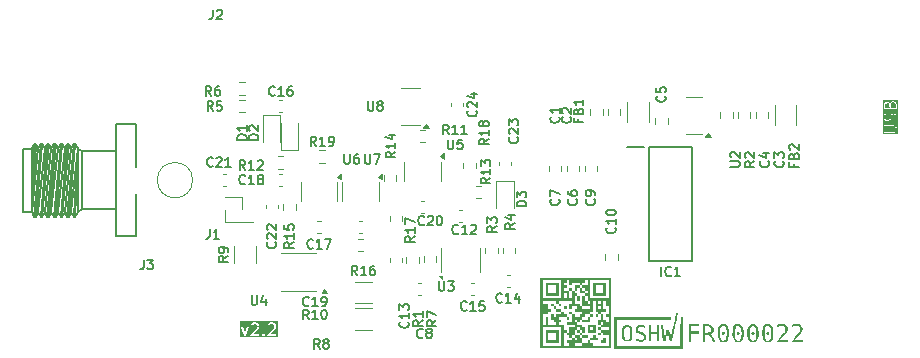
<source format=gbr>
%TF.GenerationSoftware,KiCad,Pcbnew,8.0.3-8.0.3-0~ubuntu22.04.1*%
%TF.CreationDate,2025-01-19T16:51:49+01:00*%
%TF.ProjectId,ADC_pHAT_AFE_ADC10080,4144435f-7048-4415-945f-4146455f4144,rev?*%
%TF.SameCoordinates,PX5cbead0PY5705d50*%
%TF.FileFunction,Legend,Top*%
%TF.FilePolarity,Positive*%
%FSLAX46Y46*%
G04 Gerber Fmt 4.6, Leading zero omitted, Abs format (unit mm)*
G04 Created by KiCad (PCBNEW 8.0.3-8.0.3-0~ubuntu22.04.1) date 2025-01-19 16:51:49*
%MOMM*%
%LPD*%
G01*
G04 APERTURE LIST*
%ADD10C,0.150000*%
%ADD11C,0.100000*%
%ADD12C,0.120000*%
%ADD13C,0.000000*%
%ADD14C,0.200000*%
G04 APERTURE END LIST*
D10*
G36*
X11987175Y1694070D02*
G01*
X8806235Y1694070D01*
X8806235Y2535887D01*
X8917346Y2535887D01*
X8920910Y2521623D01*
X9156716Y1865500D01*
X9156895Y1861914D01*
X9161496Y1852200D01*
X9165284Y1841661D01*
X9167810Y1838871D01*
X9169422Y1835468D01*
X9177557Y1828103D01*
X9184923Y1819967D01*
X9188325Y1818356D01*
X9191116Y1815829D01*
X9201453Y1812138D01*
X9211369Y1807440D01*
X9215127Y1807254D01*
X9218675Y1805986D01*
X9229636Y1806532D01*
X9240597Y1805986D01*
X9244144Y1807254D01*
X9247903Y1807440D01*
X9257818Y1812138D01*
X9268156Y1815829D01*
X9270946Y1818356D01*
X9274349Y1819967D01*
X9281717Y1828107D01*
X9289850Y1835469D01*
X9291460Y1838870D01*
X9293988Y1841661D01*
X9300267Y1854956D01*
X9314412Y1894813D01*
X9679887Y1894813D01*
X9679887Y1865549D01*
X9691086Y1838513D01*
X9711778Y1817821D01*
X9738814Y1806622D01*
X9753446Y1805181D01*
X10387125Y1806622D01*
X10414161Y1817821D01*
X10434853Y1838513D01*
X10446052Y1865549D01*
X10446052Y1894813D01*
X10434853Y1921849D01*
X10414271Y1942431D01*
X10679887Y1942431D01*
X10679887Y1913168D01*
X10687490Y1894813D01*
X10691086Y1886132D01*
X10700413Y1874767D01*
X10759397Y1817821D01*
X10786433Y1806622D01*
X10786434Y1806622D01*
X10815696Y1806622D01*
X10815697Y1806622D01*
X10842733Y1817821D01*
X10854098Y1827148D01*
X10911044Y1886132D01*
X10914640Y1894813D01*
X11108458Y1894813D01*
X11108458Y1865549D01*
X11119657Y1838513D01*
X11140349Y1817821D01*
X11167385Y1806622D01*
X11182017Y1805181D01*
X11815696Y1806622D01*
X11842732Y1817821D01*
X11863424Y1838513D01*
X11874623Y1865549D01*
X11874623Y1894813D01*
X11863424Y1921849D01*
X11842732Y1942541D01*
X11815696Y1953740D01*
X11801064Y1955181D01*
X11361639Y1954182D01*
X11797151Y2391222D01*
X11799428Y2392360D01*
X11807099Y2401205D01*
X11815806Y2409942D01*
X11816837Y2412433D01*
X11818602Y2414467D01*
X11824596Y2427893D01*
X11870745Y2570475D01*
X11874623Y2579835D01*
X11874993Y2583599D01*
X11875475Y2585086D01*
X11875334Y2587061D01*
X11876064Y2594467D01*
X11874958Y2678775D01*
X11875475Y2680325D01*
X11874816Y2689596D01*
X11874623Y2704337D01*
X11873592Y2706826D01*
X11873401Y2709515D01*
X11868146Y2723246D01*
X11819454Y2817801D01*
X11815805Y2826611D01*
X11813422Y2829514D01*
X11812695Y2830927D01*
X11811196Y2832227D01*
X11806478Y2837976D01*
X11757442Y2885318D01*
X11751810Y2891812D01*
X11748664Y2893792D01*
X11747494Y2894922D01*
X11745666Y2895680D01*
X11739367Y2899644D01*
X11653478Y2941319D01*
X11652256Y2942541D01*
X11643390Y2946214D01*
X11630397Y2952518D01*
X11627709Y2952709D01*
X11625220Y2953740D01*
X11610588Y2955181D01*
X11383982Y2953889D01*
X11381873Y2954592D01*
X11370930Y2953815D01*
X11357861Y2953740D01*
X11355372Y2952710D01*
X11352683Y2952518D01*
X11338952Y2947263D01*
X11244397Y2898572D01*
X11235587Y2894922D01*
X11232684Y2892540D01*
X11231271Y2891812D01*
X11229971Y2890314D01*
X11224222Y2885595D01*
X11167276Y2826611D01*
X11156077Y2799574D01*
X11156077Y2770312D01*
X11167276Y2743275D01*
X11187968Y2722583D01*
X11215005Y2711384D01*
X11244267Y2711384D01*
X11271304Y2722583D01*
X11282669Y2731910D01*
X11319313Y2769867D01*
X11388064Y2805270D01*
X11590800Y2806426D01*
X11659422Y2773129D01*
X11690749Y2742885D01*
X11726271Y2673904D01*
X11727115Y2609541D01*
X11689676Y2493870D01*
X11119657Y1921849D01*
X11108458Y1894813D01*
X10914640Y1894813D01*
X10922243Y1913168D01*
X10922243Y1942431D01*
X10914639Y1960789D01*
X10911045Y1969467D01*
X10901717Y1980833D01*
X10842733Y2037780D01*
X10842732Y2037781D01*
X10826895Y2044341D01*
X10815697Y2048979D01*
X10815696Y2048979D01*
X10786433Y2048979D01*
X10775235Y2044341D01*
X10759398Y2037781D01*
X10759397Y2037780D01*
X10748031Y2028452D01*
X10691085Y1969467D01*
X10679887Y1942431D01*
X10414271Y1942431D01*
X10414161Y1942541D01*
X10387125Y1953740D01*
X10372493Y1955181D01*
X9933068Y1954182D01*
X10368580Y2391222D01*
X10370857Y2392360D01*
X10378528Y2401205D01*
X10387235Y2409942D01*
X10388266Y2412433D01*
X10390031Y2414467D01*
X10396025Y2427893D01*
X10442174Y2570475D01*
X10446052Y2579835D01*
X10446422Y2583599D01*
X10446904Y2585086D01*
X10446763Y2587061D01*
X10447493Y2594467D01*
X10446387Y2678775D01*
X10446904Y2680325D01*
X10446245Y2689596D01*
X10446052Y2704337D01*
X10445021Y2706826D01*
X10444830Y2709515D01*
X10439575Y2723246D01*
X10390883Y2817801D01*
X10387234Y2826611D01*
X10384851Y2829514D01*
X10384124Y2830927D01*
X10382625Y2832227D01*
X10377907Y2837976D01*
X10328871Y2885318D01*
X10323239Y2891812D01*
X10320093Y2893792D01*
X10318923Y2894922D01*
X10317095Y2895680D01*
X10310796Y2899644D01*
X10224907Y2941319D01*
X10223685Y2942541D01*
X10214819Y2946214D01*
X10201826Y2952518D01*
X10199138Y2952709D01*
X10196649Y2953740D01*
X10182017Y2955181D01*
X9955411Y2953889D01*
X9953302Y2954592D01*
X9942359Y2953815D01*
X9929290Y2953740D01*
X9926801Y2952710D01*
X9924112Y2952518D01*
X9910381Y2947263D01*
X9815826Y2898572D01*
X9807016Y2894922D01*
X9804113Y2892540D01*
X9802700Y2891812D01*
X9801400Y2890314D01*
X9795651Y2885595D01*
X9738705Y2826611D01*
X9727506Y2799574D01*
X9727506Y2770312D01*
X9738705Y2743275D01*
X9759397Y2722583D01*
X9786434Y2711384D01*
X9815696Y2711384D01*
X9842733Y2722583D01*
X9854098Y2731910D01*
X9890742Y2769867D01*
X9959493Y2805270D01*
X10162229Y2806426D01*
X10230851Y2773129D01*
X10262178Y2742885D01*
X10297700Y2673904D01*
X10298544Y2609541D01*
X10261105Y2493870D01*
X9691086Y1921849D01*
X9679887Y1894813D01*
X9314412Y1894813D01*
X9541926Y2535887D01*
X9540472Y2565114D01*
X9527945Y2591560D01*
X9506251Y2611200D01*
X9478692Y2621043D01*
X9449464Y2619589D01*
X9423018Y2607062D01*
X9403379Y2585368D01*
X9397100Y2572073D01*
X9229944Y2101075D01*
X9055893Y2585368D01*
X9036254Y2607062D01*
X9009808Y2619589D01*
X8980580Y2621043D01*
X8953021Y2611200D01*
X8931327Y2591561D01*
X8918800Y2565115D01*
X8917346Y2535887D01*
X8806235Y2535887D01*
X8806235Y3066292D01*
X11987175Y3066292D01*
X11987175Y1694070D01*
G37*
D11*
G36*
X63717823Y21495009D02*
G01*
X63718016Y21494720D01*
X63756697Y21459299D01*
X63798672Y21381346D01*
X63801691Y21101754D01*
X63421917Y21100336D01*
X63419017Y21368915D01*
X63455104Y21446909D01*
X63455393Y21447101D01*
X63490814Y21485783D01*
X63569028Y21527899D01*
X63641526Y21530311D01*
X63717823Y21495009D01*
G37*
G36*
X64241631Y21542628D02*
G01*
X64241825Y21542338D01*
X64280507Y21506918D01*
X64322474Y21428979D01*
X64325568Y21103711D01*
X63898088Y21102114D01*
X63895196Y21369922D01*
X63896043Y21371407D01*
X63935375Y21498863D01*
X63967004Y21533402D01*
X64045102Y21575455D01*
X64164615Y21578263D01*
X64241631Y21542628D01*
G37*
G36*
X64533530Y18892774D02*
G01*
X63211308Y18892774D01*
X63211308Y19644447D01*
X63326225Y19644447D01*
X63326225Y19606179D01*
X63353285Y19579119D01*
X63372419Y19575313D01*
X64163141Y19578945D01*
X64241631Y19542628D01*
X64241825Y19542338D01*
X64280507Y19506918D01*
X64322527Y19428882D01*
X64325555Y19262093D01*
X64289733Y19184673D01*
X64289445Y19184479D01*
X64254022Y19145797D01*
X64176137Y19103859D01*
X63353285Y19100079D01*
X63326225Y19073019D01*
X63326225Y19034751D01*
X63353285Y19007691D01*
X63372419Y19003885D01*
X64174808Y19007571D01*
X64185487Y19004011D01*
X64198887Y19007681D01*
X64201076Y19007691D01*
X64201887Y19008503D01*
X64204303Y19009164D01*
X64290003Y19055310D01*
X64296314Y19055310D01*
X64312535Y19066148D01*
X64314873Y19068702D01*
X64314952Y19068744D01*
X64314974Y19068813D01*
X64352330Y19109608D01*
X64357560Y19111350D01*
X64369521Y19126762D01*
X64412037Y19218652D01*
X64418613Y19225227D01*
X64421277Y19238621D01*
X64422293Y19240816D01*
X64421930Y19241905D01*
X64422419Y19244361D01*
X64419071Y19428718D01*
X64422293Y19438382D01*
X64418654Y19451667D01*
X64418613Y19453971D01*
X64417801Y19454783D01*
X64417140Y19457198D01*
X64370994Y19542899D01*
X64370994Y19549210D01*
X64360155Y19565431D01*
X64357603Y19567768D01*
X64357560Y19567848D01*
X64357489Y19567872D01*
X64316694Y19605227D01*
X64314952Y19610454D01*
X64299540Y19622416D01*
X64207651Y19664932D01*
X64201076Y19671507D01*
X64187682Y19674172D01*
X64185487Y19675187D01*
X64184398Y19674825D01*
X64181942Y19675313D01*
X63353285Y19671507D01*
X63326225Y19644447D01*
X63211308Y19644447D01*
X63211308Y20482456D01*
X63322419Y20482456D01*
X63325847Y20250725D01*
X63322545Y20240816D01*
X63326191Y20227502D01*
X63326225Y20225227D01*
X63327036Y20224416D01*
X63327698Y20222000D01*
X63373844Y20136300D01*
X63373844Y20129989D01*
X63384683Y20113768D01*
X63387234Y20111432D01*
X63387278Y20111351D01*
X63387347Y20111328D01*
X63428141Y20073973D01*
X63429884Y20068744D01*
X63445296Y20056783D01*
X63537185Y20014267D01*
X63543761Y20007691D01*
X63557154Y20005027D01*
X63559350Y20004011D01*
X63560438Y20004374D01*
X63562895Y20003885D01*
X63653054Y20006886D01*
X63661678Y20004011D01*
X63674817Y20007610D01*
X63677267Y20007691D01*
X63678078Y20008503D01*
X63680494Y20009164D01*
X63766194Y20055310D01*
X63772505Y20055310D01*
X63788726Y20066149D01*
X63791062Y20068701D01*
X63791143Y20068744D01*
X63791166Y20068814D01*
X63828521Y20109608D01*
X63833750Y20111350D01*
X63845711Y20126762D01*
X63885415Y20212575D01*
X63888783Y20214595D01*
X63897116Y20232234D01*
X63937899Y20408547D01*
X63940949Y20412476D01*
X63978913Y20494528D01*
X63979202Y20494720D01*
X64014623Y20533402D01*
X64092837Y20575518D01*
X64165335Y20577930D01*
X64241631Y20542628D01*
X64241825Y20542338D01*
X64280507Y20506918D01*
X64322506Y20428920D01*
X64325689Y20213790D01*
X64324985Y20212553D01*
X64274926Y20050341D01*
X64292040Y20016112D01*
X64328344Y20004011D01*
X64362573Y20021125D01*
X64372234Y20038074D01*
X64413813Y20172809D01*
X64418613Y20177608D01*
X64422419Y20196742D01*
X64418990Y20428475D01*
X64422293Y20438382D01*
X64418646Y20451697D01*
X64418613Y20453971D01*
X64417801Y20454783D01*
X64417140Y20457198D01*
X64370994Y20542899D01*
X64370994Y20549210D01*
X64360155Y20565431D01*
X64357603Y20567768D01*
X64357560Y20567848D01*
X64357489Y20567872D01*
X64316694Y20605227D01*
X64314952Y20610454D01*
X64299540Y20622416D01*
X64207651Y20664932D01*
X64201076Y20671507D01*
X64187682Y20674172D01*
X64185487Y20675187D01*
X64184398Y20674825D01*
X64181942Y20675313D01*
X64091781Y20672313D01*
X64083159Y20675187D01*
X64070019Y20671589D01*
X64067570Y20671507D01*
X64066758Y20670696D01*
X64064343Y20670034D01*
X63978642Y20623888D01*
X63972331Y20623888D01*
X63956110Y20613049D01*
X63953773Y20610498D01*
X63953693Y20610454D01*
X63953669Y20610384D01*
X63916315Y20569590D01*
X63911087Y20567847D01*
X63899125Y20552435D01*
X63859420Y20466624D01*
X63856054Y20464603D01*
X63847721Y20446964D01*
X63806937Y20270652D01*
X63803887Y20266721D01*
X63765923Y20184672D01*
X63765634Y20184478D01*
X63730214Y20145797D01*
X63651998Y20103681D01*
X63579502Y20101269D01*
X63503205Y20136571D01*
X63503012Y20136860D01*
X63464330Y20172280D01*
X63422331Y20250280D01*
X63419148Y20465409D01*
X63419853Y20466645D01*
X63469912Y20628857D01*
X63452798Y20663085D01*
X63416494Y20675187D01*
X63382265Y20658072D01*
X63372604Y20641124D01*
X63331024Y20506390D01*
X63326225Y20501590D01*
X63322419Y20482456D01*
X63211308Y20482456D01*
X63211308Y21387218D01*
X63322419Y21387218D01*
X63326225Y21034751D01*
X63353285Y21007691D01*
X63372419Y21003885D01*
X64391553Y21007691D01*
X64418613Y21034751D01*
X64422419Y21053885D01*
X64418859Y21428082D01*
X64422293Y21438382D01*
X64418634Y21451742D01*
X64418613Y21453971D01*
X64417801Y21454783D01*
X64417140Y21457198D01*
X64370994Y21542899D01*
X64370994Y21549210D01*
X64360155Y21565431D01*
X64357603Y21567768D01*
X64357560Y21567848D01*
X64357489Y21567872D01*
X64316694Y21605227D01*
X64314952Y21610454D01*
X64299540Y21622416D01*
X64207651Y21664932D01*
X64201076Y21671507D01*
X64187682Y21674172D01*
X64185487Y21675187D01*
X64184398Y21674825D01*
X64181942Y21675313D01*
X64044826Y21672092D01*
X64035540Y21675187D01*
X64022304Y21671563D01*
X64019951Y21671507D01*
X64019139Y21670696D01*
X64016724Y21670034D01*
X63931023Y21623888D01*
X63924712Y21623888D01*
X63908491Y21613049D01*
X63906154Y21610498D01*
X63906074Y21610454D01*
X63906050Y21610384D01*
X63865934Y21566574D01*
X63858455Y21562834D01*
X63851767Y21551102D01*
X63850034Y21549209D01*
X63850034Y21548062D01*
X63848794Y21545886D01*
X63838934Y21513937D01*
X63836345Y21517812D01*
X63833793Y21520149D01*
X63833750Y21520229D01*
X63833679Y21520253D01*
X63792885Y21557607D01*
X63791143Y21562835D01*
X63775731Y21574797D01*
X63683842Y21617313D01*
X63677267Y21623888D01*
X63663873Y21626553D01*
X63661678Y21627568D01*
X63660589Y21627206D01*
X63658133Y21627694D01*
X63567972Y21624694D01*
X63559350Y21627568D01*
X63546210Y21623970D01*
X63543761Y21623888D01*
X63542949Y21623077D01*
X63540534Y21622415D01*
X63454833Y21576269D01*
X63448522Y21576269D01*
X63432301Y21565430D01*
X63429964Y21562879D01*
X63429884Y21562835D01*
X63429860Y21562765D01*
X63392506Y21521971D01*
X63387278Y21520228D01*
X63375316Y21504816D01*
X63332800Y21412928D01*
X63326225Y21406352D01*
X63323560Y21392959D01*
X63322545Y21390763D01*
X63322907Y21389675D01*
X63322419Y21387218D01*
X63211308Y21387218D01*
X63211308Y21786424D01*
X64533530Y21786424D01*
X64533530Y18892774D01*
G37*
D10*
X50312295Y16140477D02*
X50959914Y16140477D01*
X50959914Y16140477D02*
X51036104Y16178572D01*
X51036104Y16178572D02*
X51074200Y16216667D01*
X51074200Y16216667D02*
X51112295Y16292858D01*
X51112295Y16292858D02*
X51112295Y16445239D01*
X51112295Y16445239D02*
X51074200Y16521429D01*
X51074200Y16521429D02*
X51036104Y16559524D01*
X51036104Y16559524D02*
X50959914Y16597620D01*
X50959914Y16597620D02*
X50312295Y16597620D01*
X50388485Y16940476D02*
X50350390Y16978572D01*
X50350390Y16978572D02*
X50312295Y17054762D01*
X50312295Y17054762D02*
X50312295Y17245238D01*
X50312295Y17245238D02*
X50350390Y17321429D01*
X50350390Y17321429D02*
X50388485Y17359524D01*
X50388485Y17359524D02*
X50464676Y17397619D01*
X50464676Y17397619D02*
X50540866Y17397619D01*
X50540866Y17397619D02*
X50655152Y17359524D01*
X50655152Y17359524D02*
X51112295Y16902381D01*
X51112295Y16902381D02*
X51112295Y17397619D01*
X52362295Y16597620D02*
X51981342Y16330953D01*
X52362295Y16140477D02*
X51562295Y16140477D01*
X51562295Y16140477D02*
X51562295Y16445239D01*
X51562295Y16445239D02*
X51600390Y16521429D01*
X51600390Y16521429D02*
X51638485Y16559524D01*
X51638485Y16559524D02*
X51714676Y16597620D01*
X51714676Y16597620D02*
X51828961Y16597620D01*
X51828961Y16597620D02*
X51905152Y16559524D01*
X51905152Y16559524D02*
X51943247Y16521429D01*
X51943247Y16521429D02*
X51981342Y16445239D01*
X51981342Y16445239D02*
X51981342Y16140477D01*
X51638485Y16902381D02*
X51600390Y16940477D01*
X51600390Y16940477D02*
X51562295Y17016667D01*
X51562295Y17016667D02*
X51562295Y17207143D01*
X51562295Y17207143D02*
X51600390Y17283334D01*
X51600390Y17283334D02*
X51638485Y17321429D01*
X51638485Y17321429D02*
X51714676Y17359524D01*
X51714676Y17359524D02*
X51790866Y17359524D01*
X51790866Y17359524D02*
X51905152Y17321429D01*
X51905152Y17321429D02*
X52362295Y16864286D01*
X52362295Y16864286D02*
X52362295Y17359524D01*
X27985714Y4033896D02*
X27947618Y3995800D01*
X27947618Y3995800D02*
X27833333Y3957705D01*
X27833333Y3957705D02*
X27757142Y3957705D01*
X27757142Y3957705D02*
X27642856Y3995800D01*
X27642856Y3995800D02*
X27566666Y4071991D01*
X27566666Y4071991D02*
X27528571Y4148181D01*
X27528571Y4148181D02*
X27490475Y4300562D01*
X27490475Y4300562D02*
X27490475Y4414848D01*
X27490475Y4414848D02*
X27528571Y4567229D01*
X27528571Y4567229D02*
X27566666Y4643420D01*
X27566666Y4643420D02*
X27642856Y4719610D01*
X27642856Y4719610D02*
X27757142Y4757705D01*
X27757142Y4757705D02*
X27833333Y4757705D01*
X27833333Y4757705D02*
X27947618Y4719610D01*
X27947618Y4719610D02*
X27985714Y4681515D01*
X28747618Y3957705D02*
X28290475Y3957705D01*
X28519047Y3957705D02*
X28519047Y4757705D01*
X28519047Y4757705D02*
X28442856Y4643420D01*
X28442856Y4643420D02*
X28366666Y4567229D01*
X28366666Y4567229D02*
X28290475Y4529134D01*
X29471428Y4757705D02*
X29090476Y4757705D01*
X29090476Y4757705D02*
X29052380Y4376753D01*
X29052380Y4376753D02*
X29090476Y4414848D01*
X29090476Y4414848D02*
X29166666Y4452943D01*
X29166666Y4452943D02*
X29357142Y4452943D01*
X29357142Y4452943D02*
X29433333Y4414848D01*
X29433333Y4414848D02*
X29471428Y4376753D01*
X29471428Y4376753D02*
X29509523Y4300562D01*
X29509523Y4300562D02*
X29509523Y4110086D01*
X29509523Y4110086D02*
X29471428Y4033896D01*
X29471428Y4033896D02*
X29433333Y3995800D01*
X29433333Y3995800D02*
X29357142Y3957705D01*
X29357142Y3957705D02*
X29166666Y3957705D01*
X29166666Y3957705D02*
X29090476Y3995800D01*
X29090476Y3995800D02*
X29052380Y4033896D01*
X33042295Y12809525D02*
X32242295Y12809525D01*
X32242295Y12809525D02*
X32242295Y13000001D01*
X32242295Y13000001D02*
X32280390Y13114287D01*
X32280390Y13114287D02*
X32356580Y13190477D01*
X32356580Y13190477D02*
X32432771Y13228572D01*
X32432771Y13228572D02*
X32585152Y13266668D01*
X32585152Y13266668D02*
X32699438Y13266668D01*
X32699438Y13266668D02*
X32851819Y13228572D01*
X32851819Y13228572D02*
X32928009Y13190477D01*
X32928009Y13190477D02*
X33004200Y13114287D01*
X33004200Y13114287D02*
X33042295Y13000001D01*
X33042295Y13000001D02*
X33042295Y12809525D01*
X32242295Y13533334D02*
X32242295Y14028572D01*
X32242295Y14028572D02*
X32547057Y13761906D01*
X32547057Y13761906D02*
X32547057Y13876191D01*
X32547057Y13876191D02*
X32585152Y13952382D01*
X32585152Y13952382D02*
X32623247Y13990477D01*
X32623247Y13990477D02*
X32699438Y14028572D01*
X32699438Y14028572D02*
X32889914Y14028572D01*
X32889914Y14028572D02*
X32966104Y13990477D01*
X32966104Y13990477D02*
X33004200Y13952382D01*
X33004200Y13952382D02*
X33042295Y13876191D01*
X33042295Y13876191D02*
X33042295Y13647620D01*
X33042295Y13647620D02*
X33004200Y13571429D01*
X33004200Y13571429D02*
X32966104Y13533334D01*
X23036104Y2985715D02*
X23074200Y2947619D01*
X23074200Y2947619D02*
X23112295Y2833334D01*
X23112295Y2833334D02*
X23112295Y2757143D01*
X23112295Y2757143D02*
X23074200Y2642857D01*
X23074200Y2642857D02*
X22998009Y2566667D01*
X22998009Y2566667D02*
X22921819Y2528572D01*
X22921819Y2528572D02*
X22769438Y2490476D01*
X22769438Y2490476D02*
X22655152Y2490476D01*
X22655152Y2490476D02*
X22502771Y2528572D01*
X22502771Y2528572D02*
X22426580Y2566667D01*
X22426580Y2566667D02*
X22350390Y2642857D01*
X22350390Y2642857D02*
X22312295Y2757143D01*
X22312295Y2757143D02*
X22312295Y2833334D01*
X22312295Y2833334D02*
X22350390Y2947619D01*
X22350390Y2947619D02*
X22388485Y2985715D01*
X23112295Y3747619D02*
X23112295Y3290476D01*
X23112295Y3519048D02*
X22312295Y3519048D01*
X22312295Y3519048D02*
X22426580Y3442857D01*
X22426580Y3442857D02*
X22502771Y3366667D01*
X22502771Y3366667D02*
X22540866Y3290476D01*
X22312295Y4014286D02*
X22312295Y4509524D01*
X22312295Y4509524D02*
X22617057Y4242858D01*
X22617057Y4242858D02*
X22617057Y4357143D01*
X22617057Y4357143D02*
X22655152Y4433334D01*
X22655152Y4433334D02*
X22693247Y4471429D01*
X22693247Y4471429D02*
X22769438Y4509524D01*
X22769438Y4509524D02*
X22959914Y4509524D01*
X22959914Y4509524D02*
X23036104Y4471429D01*
X23036104Y4471429D02*
X23074200Y4433334D01*
X23074200Y4433334D02*
X23112295Y4357143D01*
X23112295Y4357143D02*
X23112295Y4128572D01*
X23112295Y4128572D02*
X23074200Y4052381D01*
X23074200Y4052381D02*
X23036104Y4014286D01*
X26485714Y18887705D02*
X26219047Y19268658D01*
X26028571Y18887705D02*
X26028571Y19687705D01*
X26028571Y19687705D02*
X26333333Y19687705D01*
X26333333Y19687705D02*
X26409523Y19649610D01*
X26409523Y19649610D02*
X26447618Y19611515D01*
X26447618Y19611515D02*
X26485714Y19535324D01*
X26485714Y19535324D02*
X26485714Y19421039D01*
X26485714Y19421039D02*
X26447618Y19344848D01*
X26447618Y19344848D02*
X26409523Y19306753D01*
X26409523Y19306753D02*
X26333333Y19268658D01*
X26333333Y19268658D02*
X26028571Y19268658D01*
X27247618Y18887705D02*
X26790475Y18887705D01*
X27019047Y18887705D02*
X27019047Y19687705D01*
X27019047Y19687705D02*
X26942856Y19573420D01*
X26942856Y19573420D02*
X26866666Y19497229D01*
X26866666Y19497229D02*
X26790475Y19459134D01*
X28009523Y18887705D02*
X27552380Y18887705D01*
X27780952Y18887705D02*
X27780952Y19687705D01*
X27780952Y19687705D02*
X27704761Y19573420D01*
X27704761Y19573420D02*
X27628571Y19497229D01*
X27628571Y19497229D02*
X27552380Y19459134D01*
X38786104Y13366668D02*
X38824200Y13328572D01*
X38824200Y13328572D02*
X38862295Y13214287D01*
X38862295Y13214287D02*
X38862295Y13138096D01*
X38862295Y13138096D02*
X38824200Y13023810D01*
X38824200Y13023810D02*
X38748009Y12947620D01*
X38748009Y12947620D02*
X38671819Y12909525D01*
X38671819Y12909525D02*
X38519438Y12871429D01*
X38519438Y12871429D02*
X38405152Y12871429D01*
X38405152Y12871429D02*
X38252771Y12909525D01*
X38252771Y12909525D02*
X38176580Y12947620D01*
X38176580Y12947620D02*
X38100390Y13023810D01*
X38100390Y13023810D02*
X38062295Y13138096D01*
X38062295Y13138096D02*
X38062295Y13214287D01*
X38062295Y13214287D02*
X38100390Y13328572D01*
X38100390Y13328572D02*
X38138485Y13366668D01*
X38862295Y13747620D02*
X38862295Y13900001D01*
X38862295Y13900001D02*
X38824200Y13976191D01*
X38824200Y13976191D02*
X38786104Y14014287D01*
X38786104Y14014287D02*
X38671819Y14090477D01*
X38671819Y14090477D02*
X38519438Y14128572D01*
X38519438Y14128572D02*
X38214676Y14128572D01*
X38214676Y14128572D02*
X38138485Y14090477D01*
X38138485Y14090477D02*
X38100390Y14052382D01*
X38100390Y14052382D02*
X38062295Y13976191D01*
X38062295Y13976191D02*
X38062295Y13823810D01*
X38062295Y13823810D02*
X38100390Y13747620D01*
X38100390Y13747620D02*
X38138485Y13709525D01*
X38138485Y13709525D02*
X38214676Y13671429D01*
X38214676Y13671429D02*
X38405152Y13671429D01*
X38405152Y13671429D02*
X38481342Y13709525D01*
X38481342Y13709525D02*
X38519438Y13747620D01*
X38519438Y13747620D02*
X38557533Y13823810D01*
X38557533Y13823810D02*
X38557533Y13976191D01*
X38557533Y13976191D02*
X38519438Y14052382D01*
X38519438Y14052382D02*
X38481342Y14090477D01*
X38481342Y14090477D02*
X38405152Y14128572D01*
X21962295Y17385715D02*
X21581342Y17119048D01*
X21962295Y16928572D02*
X21162295Y16928572D01*
X21162295Y16928572D02*
X21162295Y17233334D01*
X21162295Y17233334D02*
X21200390Y17309524D01*
X21200390Y17309524D02*
X21238485Y17347619D01*
X21238485Y17347619D02*
X21314676Y17385715D01*
X21314676Y17385715D02*
X21428961Y17385715D01*
X21428961Y17385715D02*
X21505152Y17347619D01*
X21505152Y17347619D02*
X21543247Y17309524D01*
X21543247Y17309524D02*
X21581342Y17233334D01*
X21581342Y17233334D02*
X21581342Y16928572D01*
X21962295Y18147619D02*
X21962295Y17690476D01*
X21962295Y17919048D02*
X21162295Y17919048D01*
X21162295Y17919048D02*
X21276580Y17842857D01*
X21276580Y17842857D02*
X21352771Y17766667D01*
X21352771Y17766667D02*
X21390866Y17690476D01*
X21428961Y18833334D02*
X21962295Y18833334D01*
X21124200Y18642858D02*
X21695628Y18452381D01*
X21695628Y18452381D02*
X21695628Y18947620D01*
X30552295Y11091668D02*
X30171342Y10825001D01*
X30552295Y10634525D02*
X29752295Y10634525D01*
X29752295Y10634525D02*
X29752295Y10939287D01*
X29752295Y10939287D02*
X29790390Y11015477D01*
X29790390Y11015477D02*
X29828485Y11053572D01*
X29828485Y11053572D02*
X29904676Y11091668D01*
X29904676Y11091668D02*
X30018961Y11091668D01*
X30018961Y11091668D02*
X30095152Y11053572D01*
X30095152Y11053572D02*
X30133247Y11015477D01*
X30133247Y11015477D02*
X30171342Y10939287D01*
X30171342Y10939287D02*
X30171342Y10634525D01*
X29752295Y11358334D02*
X29752295Y11853572D01*
X29752295Y11853572D02*
X30057057Y11586906D01*
X30057057Y11586906D02*
X30057057Y11701191D01*
X30057057Y11701191D02*
X30095152Y11777382D01*
X30095152Y11777382D02*
X30133247Y11815477D01*
X30133247Y11815477D02*
X30209438Y11853572D01*
X30209438Y11853572D02*
X30399914Y11853572D01*
X30399914Y11853572D02*
X30476104Y11815477D01*
X30476104Y11815477D02*
X30514200Y11777382D01*
X30514200Y11777382D02*
X30552295Y11701191D01*
X30552295Y11701191D02*
X30552295Y11472620D01*
X30552295Y11472620D02*
X30514200Y11396429D01*
X30514200Y11396429D02*
X30476104Y11358334D01*
X10362295Y18409525D02*
X9562295Y18409525D01*
X9562295Y18409525D02*
X9562295Y18600001D01*
X9562295Y18600001D02*
X9600390Y18714287D01*
X9600390Y18714287D02*
X9676580Y18790477D01*
X9676580Y18790477D02*
X9752771Y18828572D01*
X9752771Y18828572D02*
X9905152Y18866668D01*
X9905152Y18866668D02*
X10019438Y18866668D01*
X10019438Y18866668D02*
X10171819Y18828572D01*
X10171819Y18828572D02*
X10248009Y18790477D01*
X10248009Y18790477D02*
X10324200Y18714287D01*
X10324200Y18714287D02*
X10362295Y18600001D01*
X10362295Y18600001D02*
X10362295Y18409525D01*
X9638485Y19171429D02*
X9600390Y19209525D01*
X9600390Y19209525D02*
X9562295Y19285715D01*
X9562295Y19285715D02*
X9562295Y19476191D01*
X9562295Y19476191D02*
X9600390Y19552382D01*
X9600390Y19552382D02*
X9638485Y19590477D01*
X9638485Y19590477D02*
X9714676Y19628572D01*
X9714676Y19628572D02*
X9790866Y19628572D01*
X9790866Y19628572D02*
X9905152Y19590477D01*
X9905152Y19590477D02*
X10362295Y19133334D01*
X10362295Y19133334D02*
X10362295Y19628572D01*
X6516667Y20887705D02*
X6250000Y21268658D01*
X6059524Y20887705D02*
X6059524Y21687705D01*
X6059524Y21687705D02*
X6364286Y21687705D01*
X6364286Y21687705D02*
X6440476Y21649610D01*
X6440476Y21649610D02*
X6478571Y21611515D01*
X6478571Y21611515D02*
X6516667Y21535324D01*
X6516667Y21535324D02*
X6516667Y21421039D01*
X6516667Y21421039D02*
X6478571Y21344848D01*
X6478571Y21344848D02*
X6440476Y21306753D01*
X6440476Y21306753D02*
X6364286Y21268658D01*
X6364286Y21268658D02*
X6059524Y21268658D01*
X7240476Y21687705D02*
X6859524Y21687705D01*
X6859524Y21687705D02*
X6821428Y21306753D01*
X6821428Y21306753D02*
X6859524Y21344848D01*
X6859524Y21344848D02*
X6935714Y21382943D01*
X6935714Y21382943D02*
X7126190Y21382943D01*
X7126190Y21382943D02*
X7202381Y21344848D01*
X7202381Y21344848D02*
X7240476Y21306753D01*
X7240476Y21306753D02*
X7278571Y21230562D01*
X7278571Y21230562D02*
X7278571Y21040086D01*
X7278571Y21040086D02*
X7240476Y20963896D01*
X7240476Y20963896D02*
X7202381Y20925800D01*
X7202381Y20925800D02*
X7126190Y20887705D01*
X7126190Y20887705D02*
X6935714Y20887705D01*
X6935714Y20887705D02*
X6859524Y20925800D01*
X6859524Y20925800D02*
X6821428Y20963896D01*
X19640476Y21687705D02*
X19640476Y21040086D01*
X19640476Y21040086D02*
X19678571Y20963896D01*
X19678571Y20963896D02*
X19716666Y20925800D01*
X19716666Y20925800D02*
X19792857Y20887705D01*
X19792857Y20887705D02*
X19945238Y20887705D01*
X19945238Y20887705D02*
X20021428Y20925800D01*
X20021428Y20925800D02*
X20059523Y20963896D01*
X20059523Y20963896D02*
X20097619Y21040086D01*
X20097619Y21040086D02*
X20097619Y21687705D01*
X20592856Y21344848D02*
X20516666Y21382943D01*
X20516666Y21382943D02*
X20478571Y21421039D01*
X20478571Y21421039D02*
X20440475Y21497229D01*
X20440475Y21497229D02*
X20440475Y21535324D01*
X20440475Y21535324D02*
X20478571Y21611515D01*
X20478571Y21611515D02*
X20516666Y21649610D01*
X20516666Y21649610D02*
X20592856Y21687705D01*
X20592856Y21687705D02*
X20745237Y21687705D01*
X20745237Y21687705D02*
X20821428Y21649610D01*
X20821428Y21649610D02*
X20859523Y21611515D01*
X20859523Y21611515D02*
X20897618Y21535324D01*
X20897618Y21535324D02*
X20897618Y21497229D01*
X20897618Y21497229D02*
X20859523Y21421039D01*
X20859523Y21421039D02*
X20821428Y21382943D01*
X20821428Y21382943D02*
X20745237Y21344848D01*
X20745237Y21344848D02*
X20592856Y21344848D01*
X20592856Y21344848D02*
X20516666Y21306753D01*
X20516666Y21306753D02*
X20478571Y21268658D01*
X20478571Y21268658D02*
X20440475Y21192467D01*
X20440475Y21192467D02*
X20440475Y21040086D01*
X20440475Y21040086D02*
X20478571Y20963896D01*
X20478571Y20963896D02*
X20516666Y20925800D01*
X20516666Y20925800D02*
X20592856Y20887705D01*
X20592856Y20887705D02*
X20745237Y20887705D01*
X20745237Y20887705D02*
X20821428Y20925800D01*
X20821428Y20925800D02*
X20859523Y20963896D01*
X20859523Y20963896D02*
X20897618Y21040086D01*
X20897618Y21040086D02*
X20897618Y21192467D01*
X20897618Y21192467D02*
X20859523Y21268658D01*
X20859523Y21268658D02*
X20821428Y21306753D01*
X20821428Y21306753D02*
X20745237Y21344848D01*
X9362295Y18409525D02*
X8562295Y18409525D01*
X8562295Y18409525D02*
X8562295Y18600001D01*
X8562295Y18600001D02*
X8600390Y18714287D01*
X8600390Y18714287D02*
X8676580Y18790477D01*
X8676580Y18790477D02*
X8752771Y18828572D01*
X8752771Y18828572D02*
X8905152Y18866668D01*
X8905152Y18866668D02*
X9019438Y18866668D01*
X9019438Y18866668D02*
X9171819Y18828572D01*
X9171819Y18828572D02*
X9248009Y18790477D01*
X9248009Y18790477D02*
X9324200Y18714287D01*
X9324200Y18714287D02*
X9362295Y18600001D01*
X9362295Y18600001D02*
X9362295Y18409525D01*
X9362295Y19628572D02*
X9362295Y19171429D01*
X9362295Y19400001D02*
X8562295Y19400001D01*
X8562295Y19400001D02*
X8676580Y19323810D01*
X8676580Y19323810D02*
X8752771Y19247620D01*
X8752771Y19247620D02*
X8790866Y19171429D01*
X25640476Y6437705D02*
X25640476Y5790086D01*
X25640476Y5790086D02*
X25678571Y5713896D01*
X25678571Y5713896D02*
X25716666Y5675800D01*
X25716666Y5675800D02*
X25792857Y5637705D01*
X25792857Y5637705D02*
X25945238Y5637705D01*
X25945238Y5637705D02*
X26021428Y5675800D01*
X26021428Y5675800D02*
X26059523Y5713896D01*
X26059523Y5713896D02*
X26097619Y5790086D01*
X26097619Y5790086D02*
X26097619Y6437705D01*
X26402380Y6437705D02*
X26897618Y6437705D01*
X26897618Y6437705D02*
X26630952Y6132943D01*
X26630952Y6132943D02*
X26745237Y6132943D01*
X26745237Y6132943D02*
X26821428Y6094848D01*
X26821428Y6094848D02*
X26859523Y6056753D01*
X26859523Y6056753D02*
X26897618Y5980562D01*
X26897618Y5980562D02*
X26897618Y5790086D01*
X26897618Y5790086D02*
X26859523Y5713896D01*
X26859523Y5713896D02*
X26821428Y5675800D01*
X26821428Y5675800D02*
X26745237Y5637705D01*
X26745237Y5637705D02*
X26516666Y5637705D01*
X26516666Y5637705D02*
X26440475Y5675800D01*
X26440475Y5675800D02*
X26402380Y5713896D01*
X15235714Y17887705D02*
X14969047Y18268658D01*
X14778571Y17887705D02*
X14778571Y18687705D01*
X14778571Y18687705D02*
X15083333Y18687705D01*
X15083333Y18687705D02*
X15159523Y18649610D01*
X15159523Y18649610D02*
X15197618Y18611515D01*
X15197618Y18611515D02*
X15235714Y18535324D01*
X15235714Y18535324D02*
X15235714Y18421039D01*
X15235714Y18421039D02*
X15197618Y18344848D01*
X15197618Y18344848D02*
X15159523Y18306753D01*
X15159523Y18306753D02*
X15083333Y18268658D01*
X15083333Y18268658D02*
X14778571Y18268658D01*
X15997618Y17887705D02*
X15540475Y17887705D01*
X15769047Y17887705D02*
X15769047Y18687705D01*
X15769047Y18687705D02*
X15692856Y18573420D01*
X15692856Y18573420D02*
X15616666Y18497229D01*
X15616666Y18497229D02*
X15540475Y18459134D01*
X16378571Y17887705D02*
X16530952Y17887705D01*
X16530952Y17887705D02*
X16607142Y17925800D01*
X16607142Y17925800D02*
X16645238Y17963896D01*
X16645238Y17963896D02*
X16721428Y18078181D01*
X16721428Y18078181D02*
X16759523Y18230562D01*
X16759523Y18230562D02*
X16759523Y18535324D01*
X16759523Y18535324D02*
X16721428Y18611515D01*
X16721428Y18611515D02*
X16683333Y18649610D01*
X16683333Y18649610D02*
X16607142Y18687705D01*
X16607142Y18687705D02*
X16454761Y18687705D01*
X16454761Y18687705D02*
X16378571Y18649610D01*
X16378571Y18649610D02*
X16340476Y18611515D01*
X16340476Y18611515D02*
X16302380Y18535324D01*
X16302380Y18535324D02*
X16302380Y18344848D01*
X16302380Y18344848D02*
X16340476Y18268658D01*
X16340476Y18268658D02*
X16378571Y18230562D01*
X16378571Y18230562D02*
X16454761Y18192467D01*
X16454761Y18192467D02*
X16607142Y18192467D01*
X16607142Y18192467D02*
X16683333Y18230562D01*
X16683333Y18230562D02*
X16721428Y18268658D01*
X16721428Y18268658D02*
X16759523Y18344848D01*
X667731Y8255705D02*
X667731Y7684277D01*
X667731Y7684277D02*
X629636Y7569991D01*
X629636Y7569991D02*
X553445Y7493800D01*
X553445Y7493800D02*
X439160Y7455705D01*
X439160Y7455705D02*
X362969Y7455705D01*
X972493Y8255705D02*
X1467731Y8255705D01*
X1467731Y8255705D02*
X1201065Y7950943D01*
X1201065Y7950943D02*
X1315350Y7950943D01*
X1315350Y7950943D02*
X1391541Y7912848D01*
X1391541Y7912848D02*
X1429636Y7874753D01*
X1429636Y7874753D02*
X1467731Y7798562D01*
X1467731Y7798562D02*
X1467731Y7608086D01*
X1467731Y7608086D02*
X1429636Y7531896D01*
X1429636Y7531896D02*
X1391541Y7493800D01*
X1391541Y7493800D02*
X1315350Y7455705D01*
X1315350Y7455705D02*
X1086779Y7455705D01*
X1086779Y7455705D02*
X1010588Y7493800D01*
X1010588Y7493800D02*
X972493Y7531896D01*
X55693247Y16407143D02*
X55693247Y16140477D01*
X56112295Y16140477D02*
X55312295Y16140477D01*
X55312295Y16140477D02*
X55312295Y16521429D01*
X55693247Y17092857D02*
X55731342Y17207143D01*
X55731342Y17207143D02*
X55769438Y17245238D01*
X55769438Y17245238D02*
X55845628Y17283334D01*
X55845628Y17283334D02*
X55959914Y17283334D01*
X55959914Y17283334D02*
X56036104Y17245238D01*
X56036104Y17245238D02*
X56074200Y17207143D01*
X56074200Y17207143D02*
X56112295Y17130953D01*
X56112295Y17130953D02*
X56112295Y16826191D01*
X56112295Y16826191D02*
X55312295Y16826191D01*
X55312295Y16826191D02*
X55312295Y17092857D01*
X55312295Y17092857D02*
X55350390Y17169048D01*
X55350390Y17169048D02*
X55388485Y17207143D01*
X55388485Y17207143D02*
X55464676Y17245238D01*
X55464676Y17245238D02*
X55540866Y17245238D01*
X55540866Y17245238D02*
X55617057Y17207143D01*
X55617057Y17207143D02*
X55655152Y17169048D01*
X55655152Y17169048D02*
X55693247Y17092857D01*
X55693247Y17092857D02*
X55693247Y16826191D01*
X55388485Y17588095D02*
X55350390Y17626191D01*
X55350390Y17626191D02*
X55312295Y17702381D01*
X55312295Y17702381D02*
X55312295Y17892857D01*
X55312295Y17892857D02*
X55350390Y17969048D01*
X55350390Y17969048D02*
X55388485Y18007143D01*
X55388485Y18007143D02*
X55464676Y18045238D01*
X55464676Y18045238D02*
X55540866Y18045238D01*
X55540866Y18045238D02*
X55655152Y18007143D01*
X55655152Y18007143D02*
X56112295Y17550000D01*
X56112295Y17550000D02*
X56112295Y18045238D01*
X9790476Y5237705D02*
X9790476Y4590086D01*
X9790476Y4590086D02*
X9828571Y4513896D01*
X9828571Y4513896D02*
X9866666Y4475800D01*
X9866666Y4475800D02*
X9942857Y4437705D01*
X9942857Y4437705D02*
X10095238Y4437705D01*
X10095238Y4437705D02*
X10171428Y4475800D01*
X10171428Y4475800D02*
X10209523Y4513896D01*
X10209523Y4513896D02*
X10247619Y4590086D01*
X10247619Y4590086D02*
X10247619Y5237705D01*
X10971428Y4971039D02*
X10971428Y4437705D01*
X10780952Y5275800D02*
X10590475Y4704372D01*
X10590475Y4704372D02*
X11085714Y4704372D01*
X9235714Y14713896D02*
X9197618Y14675800D01*
X9197618Y14675800D02*
X9083333Y14637705D01*
X9083333Y14637705D02*
X9007142Y14637705D01*
X9007142Y14637705D02*
X8892856Y14675800D01*
X8892856Y14675800D02*
X8816666Y14751991D01*
X8816666Y14751991D02*
X8778571Y14828181D01*
X8778571Y14828181D02*
X8740475Y14980562D01*
X8740475Y14980562D02*
X8740475Y15094848D01*
X8740475Y15094848D02*
X8778571Y15247229D01*
X8778571Y15247229D02*
X8816666Y15323420D01*
X8816666Y15323420D02*
X8892856Y15399610D01*
X8892856Y15399610D02*
X9007142Y15437705D01*
X9007142Y15437705D02*
X9083333Y15437705D01*
X9083333Y15437705D02*
X9197618Y15399610D01*
X9197618Y15399610D02*
X9235714Y15361515D01*
X9997618Y14637705D02*
X9540475Y14637705D01*
X9769047Y14637705D02*
X9769047Y15437705D01*
X9769047Y15437705D02*
X9692856Y15323420D01*
X9692856Y15323420D02*
X9616666Y15247229D01*
X9616666Y15247229D02*
X9540475Y15209134D01*
X10454761Y15094848D02*
X10378571Y15132943D01*
X10378571Y15132943D02*
X10340476Y15171039D01*
X10340476Y15171039D02*
X10302380Y15247229D01*
X10302380Y15247229D02*
X10302380Y15285324D01*
X10302380Y15285324D02*
X10340476Y15361515D01*
X10340476Y15361515D02*
X10378571Y15399610D01*
X10378571Y15399610D02*
X10454761Y15437705D01*
X10454761Y15437705D02*
X10607142Y15437705D01*
X10607142Y15437705D02*
X10683333Y15399610D01*
X10683333Y15399610D02*
X10721428Y15361515D01*
X10721428Y15361515D02*
X10759523Y15285324D01*
X10759523Y15285324D02*
X10759523Y15247229D01*
X10759523Y15247229D02*
X10721428Y15171039D01*
X10721428Y15171039D02*
X10683333Y15132943D01*
X10683333Y15132943D02*
X10607142Y15094848D01*
X10607142Y15094848D02*
X10454761Y15094848D01*
X10454761Y15094848D02*
X10378571Y15056753D01*
X10378571Y15056753D02*
X10340476Y15018658D01*
X10340476Y15018658D02*
X10302380Y14942467D01*
X10302380Y14942467D02*
X10302380Y14790086D01*
X10302380Y14790086D02*
X10340476Y14713896D01*
X10340476Y14713896D02*
X10378571Y14675800D01*
X10378571Y14675800D02*
X10454761Y14637705D01*
X10454761Y14637705D02*
X10607142Y14637705D01*
X10607142Y14637705D02*
X10683333Y14675800D01*
X10683333Y14675800D02*
X10721428Y14713896D01*
X10721428Y14713896D02*
X10759523Y14790086D01*
X10759523Y14790086D02*
X10759523Y14942467D01*
X10759523Y14942467D02*
X10721428Y15018658D01*
X10721428Y15018658D02*
X10683333Y15056753D01*
X10683333Y15056753D02*
X10607142Y15094848D01*
X30012295Y15185715D02*
X29631342Y14919048D01*
X30012295Y14728572D02*
X29212295Y14728572D01*
X29212295Y14728572D02*
X29212295Y15033334D01*
X29212295Y15033334D02*
X29250390Y15109524D01*
X29250390Y15109524D02*
X29288485Y15147619D01*
X29288485Y15147619D02*
X29364676Y15185715D01*
X29364676Y15185715D02*
X29478961Y15185715D01*
X29478961Y15185715D02*
X29555152Y15147619D01*
X29555152Y15147619D02*
X29593247Y15109524D01*
X29593247Y15109524D02*
X29631342Y15033334D01*
X29631342Y15033334D02*
X29631342Y14728572D01*
X30012295Y15947619D02*
X30012295Y15490476D01*
X30012295Y15719048D02*
X29212295Y15719048D01*
X29212295Y15719048D02*
X29326580Y15642857D01*
X29326580Y15642857D02*
X29402771Y15566667D01*
X29402771Y15566667D02*
X29440866Y15490476D01*
X29212295Y16214286D02*
X29212295Y16709524D01*
X29212295Y16709524D02*
X29517057Y16442858D01*
X29517057Y16442858D02*
X29517057Y16557143D01*
X29517057Y16557143D02*
X29555152Y16633334D01*
X29555152Y16633334D02*
X29593247Y16671429D01*
X29593247Y16671429D02*
X29669438Y16709524D01*
X29669438Y16709524D02*
X29859914Y16709524D01*
X29859914Y16709524D02*
X29936104Y16671429D01*
X29936104Y16671429D02*
X29974200Y16633334D01*
X29974200Y16633334D02*
X30012295Y16557143D01*
X30012295Y16557143D02*
X30012295Y16328572D01*
X30012295Y16328572D02*
X29974200Y16252381D01*
X29974200Y16252381D02*
X29936104Y16214286D01*
X54786104Y16597620D02*
X54824200Y16559524D01*
X54824200Y16559524D02*
X54862295Y16445239D01*
X54862295Y16445239D02*
X54862295Y16369048D01*
X54862295Y16369048D02*
X54824200Y16254762D01*
X54824200Y16254762D02*
X54748009Y16178572D01*
X54748009Y16178572D02*
X54671819Y16140477D01*
X54671819Y16140477D02*
X54519438Y16102381D01*
X54519438Y16102381D02*
X54405152Y16102381D01*
X54405152Y16102381D02*
X54252771Y16140477D01*
X54252771Y16140477D02*
X54176580Y16178572D01*
X54176580Y16178572D02*
X54100390Y16254762D01*
X54100390Y16254762D02*
X54062295Y16369048D01*
X54062295Y16369048D02*
X54062295Y16445239D01*
X54062295Y16445239D02*
X54100390Y16559524D01*
X54100390Y16559524D02*
X54138485Y16597620D01*
X54062295Y16864286D02*
X54062295Y17359524D01*
X54062295Y17359524D02*
X54367057Y17092858D01*
X54367057Y17092858D02*
X54367057Y17207143D01*
X54367057Y17207143D02*
X54405152Y17283334D01*
X54405152Y17283334D02*
X54443247Y17321429D01*
X54443247Y17321429D02*
X54519438Y17359524D01*
X54519438Y17359524D02*
X54709914Y17359524D01*
X54709914Y17359524D02*
X54786104Y17321429D01*
X54786104Y17321429D02*
X54824200Y17283334D01*
X54824200Y17283334D02*
X54862295Y17207143D01*
X54862295Y17207143D02*
X54862295Y16978572D01*
X54862295Y16978572D02*
X54824200Y16902381D01*
X54824200Y16902381D02*
X54786104Y16864286D01*
X44469048Y6887705D02*
X44469048Y7687705D01*
X45307143Y6963896D02*
X45269047Y6925800D01*
X45269047Y6925800D02*
X45154762Y6887705D01*
X45154762Y6887705D02*
X45078571Y6887705D01*
X45078571Y6887705D02*
X44964285Y6925800D01*
X44964285Y6925800D02*
X44888095Y7001991D01*
X44888095Y7001991D02*
X44850000Y7078181D01*
X44850000Y7078181D02*
X44811904Y7230562D01*
X44811904Y7230562D02*
X44811904Y7344848D01*
X44811904Y7344848D02*
X44850000Y7497229D01*
X44850000Y7497229D02*
X44888095Y7573420D01*
X44888095Y7573420D02*
X44964285Y7649610D01*
X44964285Y7649610D02*
X45078571Y7687705D01*
X45078571Y7687705D02*
X45154762Y7687705D01*
X45154762Y7687705D02*
X45269047Y7649610D01*
X45269047Y7649610D02*
X45307143Y7611515D01*
X46069047Y6887705D02*
X45611904Y6887705D01*
X45840476Y6887705D02*
X45840476Y7687705D01*
X45840476Y7687705D02*
X45764285Y7573420D01*
X45764285Y7573420D02*
X45688095Y7497229D01*
X45688095Y7497229D02*
X45611904Y7459134D01*
X35786104Y13366668D02*
X35824200Y13328572D01*
X35824200Y13328572D02*
X35862295Y13214287D01*
X35862295Y13214287D02*
X35862295Y13138096D01*
X35862295Y13138096D02*
X35824200Y13023810D01*
X35824200Y13023810D02*
X35748009Y12947620D01*
X35748009Y12947620D02*
X35671819Y12909525D01*
X35671819Y12909525D02*
X35519438Y12871429D01*
X35519438Y12871429D02*
X35405152Y12871429D01*
X35405152Y12871429D02*
X35252771Y12909525D01*
X35252771Y12909525D02*
X35176580Y12947620D01*
X35176580Y12947620D02*
X35100390Y13023810D01*
X35100390Y13023810D02*
X35062295Y13138096D01*
X35062295Y13138096D02*
X35062295Y13214287D01*
X35062295Y13214287D02*
X35100390Y13328572D01*
X35100390Y13328572D02*
X35138485Y13366668D01*
X35062295Y13633334D02*
X35062295Y14166668D01*
X35062295Y14166668D02*
X35862295Y13823810D01*
X36786104Y20366668D02*
X36824200Y20328572D01*
X36824200Y20328572D02*
X36862295Y20214287D01*
X36862295Y20214287D02*
X36862295Y20138096D01*
X36862295Y20138096D02*
X36824200Y20023810D01*
X36824200Y20023810D02*
X36748009Y19947620D01*
X36748009Y19947620D02*
X36671819Y19909525D01*
X36671819Y19909525D02*
X36519438Y19871429D01*
X36519438Y19871429D02*
X36405152Y19871429D01*
X36405152Y19871429D02*
X36252771Y19909525D01*
X36252771Y19909525D02*
X36176580Y19947620D01*
X36176580Y19947620D02*
X36100390Y20023810D01*
X36100390Y20023810D02*
X36062295Y20138096D01*
X36062295Y20138096D02*
X36062295Y20214287D01*
X36062295Y20214287D02*
X36100390Y20328572D01*
X36100390Y20328572D02*
X36138485Y20366668D01*
X36138485Y20671429D02*
X36100390Y20709525D01*
X36100390Y20709525D02*
X36062295Y20785715D01*
X36062295Y20785715D02*
X36062295Y20976191D01*
X36062295Y20976191D02*
X36100390Y21052382D01*
X36100390Y21052382D02*
X36138485Y21090477D01*
X36138485Y21090477D02*
X36214676Y21128572D01*
X36214676Y21128572D02*
X36290866Y21128572D01*
X36290866Y21128572D02*
X36405152Y21090477D01*
X36405152Y21090477D02*
X36862295Y20633334D01*
X36862295Y20633334D02*
X36862295Y21128572D01*
X35786104Y20366668D02*
X35824200Y20328572D01*
X35824200Y20328572D02*
X35862295Y20214287D01*
X35862295Y20214287D02*
X35862295Y20138096D01*
X35862295Y20138096D02*
X35824200Y20023810D01*
X35824200Y20023810D02*
X35748009Y19947620D01*
X35748009Y19947620D02*
X35671819Y19909525D01*
X35671819Y19909525D02*
X35519438Y19871429D01*
X35519438Y19871429D02*
X35405152Y19871429D01*
X35405152Y19871429D02*
X35252771Y19909525D01*
X35252771Y19909525D02*
X35176580Y19947620D01*
X35176580Y19947620D02*
X35100390Y20023810D01*
X35100390Y20023810D02*
X35062295Y20138096D01*
X35062295Y20138096D02*
X35062295Y20214287D01*
X35062295Y20214287D02*
X35100390Y20328572D01*
X35100390Y20328572D02*
X35138485Y20366668D01*
X35862295Y21128572D02*
X35862295Y20671429D01*
X35862295Y20900001D02*
X35062295Y20900001D01*
X35062295Y20900001D02*
X35176580Y20823810D01*
X35176580Y20823810D02*
X35252771Y20747620D01*
X35252771Y20747620D02*
X35290866Y20671429D01*
X15566667Y737705D02*
X15300000Y1118658D01*
X15109524Y737705D02*
X15109524Y1537705D01*
X15109524Y1537705D02*
X15414286Y1537705D01*
X15414286Y1537705D02*
X15490476Y1499610D01*
X15490476Y1499610D02*
X15528571Y1461515D01*
X15528571Y1461515D02*
X15566667Y1385324D01*
X15566667Y1385324D02*
X15566667Y1271039D01*
X15566667Y1271039D02*
X15528571Y1194848D01*
X15528571Y1194848D02*
X15490476Y1156753D01*
X15490476Y1156753D02*
X15414286Y1118658D01*
X15414286Y1118658D02*
X15109524Y1118658D01*
X16023809Y1194848D02*
X15947619Y1232943D01*
X15947619Y1232943D02*
X15909524Y1271039D01*
X15909524Y1271039D02*
X15871428Y1347229D01*
X15871428Y1347229D02*
X15871428Y1385324D01*
X15871428Y1385324D02*
X15909524Y1461515D01*
X15909524Y1461515D02*
X15947619Y1499610D01*
X15947619Y1499610D02*
X16023809Y1537705D01*
X16023809Y1537705D02*
X16176190Y1537705D01*
X16176190Y1537705D02*
X16252381Y1499610D01*
X16252381Y1499610D02*
X16290476Y1461515D01*
X16290476Y1461515D02*
X16328571Y1385324D01*
X16328571Y1385324D02*
X16328571Y1347229D01*
X16328571Y1347229D02*
X16290476Y1271039D01*
X16290476Y1271039D02*
X16252381Y1232943D01*
X16252381Y1232943D02*
X16176190Y1194848D01*
X16176190Y1194848D02*
X16023809Y1194848D01*
X16023809Y1194848D02*
X15947619Y1156753D01*
X15947619Y1156753D02*
X15909524Y1118658D01*
X15909524Y1118658D02*
X15871428Y1042467D01*
X15871428Y1042467D02*
X15871428Y890086D01*
X15871428Y890086D02*
X15909524Y813896D01*
X15909524Y813896D02*
X15947619Y775800D01*
X15947619Y775800D02*
X16023809Y737705D01*
X16023809Y737705D02*
X16176190Y737705D01*
X16176190Y737705D02*
X16252381Y775800D01*
X16252381Y775800D02*
X16290476Y813896D01*
X16290476Y813896D02*
X16328571Y890086D01*
X16328571Y890086D02*
X16328571Y1042467D01*
X16328571Y1042467D02*
X16290476Y1118658D01*
X16290476Y1118658D02*
X16252381Y1156753D01*
X16252381Y1156753D02*
X16176190Y1194848D01*
X32286104Y18635715D02*
X32324200Y18597619D01*
X32324200Y18597619D02*
X32362295Y18483334D01*
X32362295Y18483334D02*
X32362295Y18407143D01*
X32362295Y18407143D02*
X32324200Y18292857D01*
X32324200Y18292857D02*
X32248009Y18216667D01*
X32248009Y18216667D02*
X32171819Y18178572D01*
X32171819Y18178572D02*
X32019438Y18140476D01*
X32019438Y18140476D02*
X31905152Y18140476D01*
X31905152Y18140476D02*
X31752771Y18178572D01*
X31752771Y18178572D02*
X31676580Y18216667D01*
X31676580Y18216667D02*
X31600390Y18292857D01*
X31600390Y18292857D02*
X31562295Y18407143D01*
X31562295Y18407143D02*
X31562295Y18483334D01*
X31562295Y18483334D02*
X31600390Y18597619D01*
X31600390Y18597619D02*
X31638485Y18635715D01*
X31638485Y18940476D02*
X31600390Y18978572D01*
X31600390Y18978572D02*
X31562295Y19054762D01*
X31562295Y19054762D02*
X31562295Y19245238D01*
X31562295Y19245238D02*
X31600390Y19321429D01*
X31600390Y19321429D02*
X31638485Y19359524D01*
X31638485Y19359524D02*
X31714676Y19397619D01*
X31714676Y19397619D02*
X31790866Y19397619D01*
X31790866Y19397619D02*
X31905152Y19359524D01*
X31905152Y19359524D02*
X32362295Y18902381D01*
X32362295Y18902381D02*
X32362295Y19397619D01*
X31562295Y19664286D02*
X31562295Y20159524D01*
X31562295Y20159524D02*
X31867057Y19892858D01*
X31867057Y19892858D02*
X31867057Y20007143D01*
X31867057Y20007143D02*
X31905152Y20083334D01*
X31905152Y20083334D02*
X31943247Y20121429D01*
X31943247Y20121429D02*
X32019438Y20159524D01*
X32019438Y20159524D02*
X32209914Y20159524D01*
X32209914Y20159524D02*
X32286104Y20121429D01*
X32286104Y20121429D02*
X32324200Y20083334D01*
X32324200Y20083334D02*
X32362295Y20007143D01*
X32362295Y20007143D02*
X32362295Y19778572D01*
X32362295Y19778572D02*
X32324200Y19702381D01*
X32324200Y19702381D02*
X32286104Y19664286D01*
X9235714Y15887705D02*
X8969047Y16268658D01*
X8778571Y15887705D02*
X8778571Y16687705D01*
X8778571Y16687705D02*
X9083333Y16687705D01*
X9083333Y16687705D02*
X9159523Y16649610D01*
X9159523Y16649610D02*
X9197618Y16611515D01*
X9197618Y16611515D02*
X9235714Y16535324D01*
X9235714Y16535324D02*
X9235714Y16421039D01*
X9235714Y16421039D02*
X9197618Y16344848D01*
X9197618Y16344848D02*
X9159523Y16306753D01*
X9159523Y16306753D02*
X9083333Y16268658D01*
X9083333Y16268658D02*
X8778571Y16268658D01*
X9997618Y15887705D02*
X9540475Y15887705D01*
X9769047Y15887705D02*
X9769047Y16687705D01*
X9769047Y16687705D02*
X9692856Y16573420D01*
X9692856Y16573420D02*
X9616666Y16497229D01*
X9616666Y16497229D02*
X9540475Y16459134D01*
X10302380Y16611515D02*
X10340476Y16649610D01*
X10340476Y16649610D02*
X10416666Y16687705D01*
X10416666Y16687705D02*
X10607142Y16687705D01*
X10607142Y16687705D02*
X10683333Y16649610D01*
X10683333Y16649610D02*
X10721428Y16611515D01*
X10721428Y16611515D02*
X10759523Y16535324D01*
X10759523Y16535324D02*
X10759523Y16459134D01*
X10759523Y16459134D02*
X10721428Y16344848D01*
X10721428Y16344848D02*
X10264285Y15887705D01*
X10264285Y15887705D02*
X10759523Y15887705D01*
X24266667Y1713896D02*
X24228571Y1675800D01*
X24228571Y1675800D02*
X24114286Y1637705D01*
X24114286Y1637705D02*
X24038095Y1637705D01*
X24038095Y1637705D02*
X23923809Y1675800D01*
X23923809Y1675800D02*
X23847619Y1751991D01*
X23847619Y1751991D02*
X23809524Y1828181D01*
X23809524Y1828181D02*
X23771428Y1980562D01*
X23771428Y1980562D02*
X23771428Y2094848D01*
X23771428Y2094848D02*
X23809524Y2247229D01*
X23809524Y2247229D02*
X23847619Y2323420D01*
X23847619Y2323420D02*
X23923809Y2399610D01*
X23923809Y2399610D02*
X24038095Y2437705D01*
X24038095Y2437705D02*
X24114286Y2437705D01*
X24114286Y2437705D02*
X24228571Y2399610D01*
X24228571Y2399610D02*
X24266667Y2361515D01*
X24723809Y2094848D02*
X24647619Y2132943D01*
X24647619Y2132943D02*
X24609524Y2171039D01*
X24609524Y2171039D02*
X24571428Y2247229D01*
X24571428Y2247229D02*
X24571428Y2285324D01*
X24571428Y2285324D02*
X24609524Y2361515D01*
X24609524Y2361515D02*
X24647619Y2399610D01*
X24647619Y2399610D02*
X24723809Y2437705D01*
X24723809Y2437705D02*
X24876190Y2437705D01*
X24876190Y2437705D02*
X24952381Y2399610D01*
X24952381Y2399610D02*
X24990476Y2361515D01*
X24990476Y2361515D02*
X25028571Y2285324D01*
X25028571Y2285324D02*
X25028571Y2247229D01*
X25028571Y2247229D02*
X24990476Y2171039D01*
X24990476Y2171039D02*
X24952381Y2132943D01*
X24952381Y2132943D02*
X24876190Y2094848D01*
X24876190Y2094848D02*
X24723809Y2094848D01*
X24723809Y2094848D02*
X24647619Y2056753D01*
X24647619Y2056753D02*
X24609524Y2018658D01*
X24609524Y2018658D02*
X24571428Y1942467D01*
X24571428Y1942467D02*
X24571428Y1790086D01*
X24571428Y1790086D02*
X24609524Y1713896D01*
X24609524Y1713896D02*
X24647619Y1675800D01*
X24647619Y1675800D02*
X24723809Y1637705D01*
X24723809Y1637705D02*
X24876190Y1637705D01*
X24876190Y1637705D02*
X24952381Y1675800D01*
X24952381Y1675800D02*
X24990476Y1713896D01*
X24990476Y1713896D02*
X25028571Y1790086D01*
X25028571Y1790086D02*
X25028571Y1942467D01*
X25028571Y1942467D02*
X24990476Y2018658D01*
X24990476Y2018658D02*
X24952381Y2056753D01*
X24952381Y2056753D02*
X24876190Y2094848D01*
X53536104Y16597620D02*
X53574200Y16559524D01*
X53574200Y16559524D02*
X53612295Y16445239D01*
X53612295Y16445239D02*
X53612295Y16369048D01*
X53612295Y16369048D02*
X53574200Y16254762D01*
X53574200Y16254762D02*
X53498009Y16178572D01*
X53498009Y16178572D02*
X53421819Y16140477D01*
X53421819Y16140477D02*
X53269438Y16102381D01*
X53269438Y16102381D02*
X53155152Y16102381D01*
X53155152Y16102381D02*
X53002771Y16140477D01*
X53002771Y16140477D02*
X52926580Y16178572D01*
X52926580Y16178572D02*
X52850390Y16254762D01*
X52850390Y16254762D02*
X52812295Y16369048D01*
X52812295Y16369048D02*
X52812295Y16445239D01*
X52812295Y16445239D02*
X52850390Y16559524D01*
X52850390Y16559524D02*
X52888485Y16597620D01*
X53078961Y17283334D02*
X53612295Y17283334D01*
X52774200Y17092858D02*
X53345628Y16902381D01*
X53345628Y16902381D02*
X53345628Y17397620D01*
X29862295Y18485715D02*
X29481342Y18219048D01*
X29862295Y18028572D02*
X29062295Y18028572D01*
X29062295Y18028572D02*
X29062295Y18333334D01*
X29062295Y18333334D02*
X29100390Y18409524D01*
X29100390Y18409524D02*
X29138485Y18447619D01*
X29138485Y18447619D02*
X29214676Y18485715D01*
X29214676Y18485715D02*
X29328961Y18485715D01*
X29328961Y18485715D02*
X29405152Y18447619D01*
X29405152Y18447619D02*
X29443247Y18409524D01*
X29443247Y18409524D02*
X29481342Y18333334D01*
X29481342Y18333334D02*
X29481342Y18028572D01*
X29862295Y19247619D02*
X29862295Y18790476D01*
X29862295Y19019048D02*
X29062295Y19019048D01*
X29062295Y19019048D02*
X29176580Y18942857D01*
X29176580Y18942857D02*
X29252771Y18866667D01*
X29252771Y18866667D02*
X29290866Y18790476D01*
X29405152Y19704762D02*
X29367057Y19628572D01*
X29367057Y19628572D02*
X29328961Y19590477D01*
X29328961Y19590477D02*
X29252771Y19552381D01*
X29252771Y19552381D02*
X29214676Y19552381D01*
X29214676Y19552381D02*
X29138485Y19590477D01*
X29138485Y19590477D02*
X29100390Y19628572D01*
X29100390Y19628572D02*
X29062295Y19704762D01*
X29062295Y19704762D02*
X29062295Y19857143D01*
X29062295Y19857143D02*
X29100390Y19933334D01*
X29100390Y19933334D02*
X29138485Y19971429D01*
X29138485Y19971429D02*
X29214676Y20009524D01*
X29214676Y20009524D02*
X29252771Y20009524D01*
X29252771Y20009524D02*
X29328961Y19971429D01*
X29328961Y19971429D02*
X29367057Y19933334D01*
X29367057Y19933334D02*
X29405152Y19857143D01*
X29405152Y19857143D02*
X29405152Y19704762D01*
X29405152Y19704762D02*
X29443247Y19628572D01*
X29443247Y19628572D02*
X29481342Y19590477D01*
X29481342Y19590477D02*
X29557533Y19552381D01*
X29557533Y19552381D02*
X29709914Y19552381D01*
X29709914Y19552381D02*
X29786104Y19590477D01*
X29786104Y19590477D02*
X29824200Y19628572D01*
X29824200Y19628572D02*
X29862295Y19704762D01*
X29862295Y19704762D02*
X29862295Y19857143D01*
X29862295Y19857143D02*
X29824200Y19933334D01*
X29824200Y19933334D02*
X29786104Y19971429D01*
X29786104Y19971429D02*
X29709914Y20009524D01*
X29709914Y20009524D02*
X29557533Y20009524D01*
X29557533Y20009524D02*
X29481342Y19971429D01*
X29481342Y19971429D02*
X29443247Y19933334D01*
X29443247Y19933334D02*
X29405152Y19857143D01*
X6485714Y16213896D02*
X6447618Y16175800D01*
X6447618Y16175800D02*
X6333333Y16137705D01*
X6333333Y16137705D02*
X6257142Y16137705D01*
X6257142Y16137705D02*
X6142856Y16175800D01*
X6142856Y16175800D02*
X6066666Y16251991D01*
X6066666Y16251991D02*
X6028571Y16328181D01*
X6028571Y16328181D02*
X5990475Y16480562D01*
X5990475Y16480562D02*
X5990475Y16594848D01*
X5990475Y16594848D02*
X6028571Y16747229D01*
X6028571Y16747229D02*
X6066666Y16823420D01*
X6066666Y16823420D02*
X6142856Y16899610D01*
X6142856Y16899610D02*
X6257142Y16937705D01*
X6257142Y16937705D02*
X6333333Y16937705D01*
X6333333Y16937705D02*
X6447618Y16899610D01*
X6447618Y16899610D02*
X6485714Y16861515D01*
X6790475Y16861515D02*
X6828571Y16899610D01*
X6828571Y16899610D02*
X6904761Y16937705D01*
X6904761Y16937705D02*
X7095237Y16937705D01*
X7095237Y16937705D02*
X7171428Y16899610D01*
X7171428Y16899610D02*
X7209523Y16861515D01*
X7209523Y16861515D02*
X7247618Y16785324D01*
X7247618Y16785324D02*
X7247618Y16709134D01*
X7247618Y16709134D02*
X7209523Y16594848D01*
X7209523Y16594848D02*
X6752380Y16137705D01*
X6752380Y16137705D02*
X7247618Y16137705D01*
X8009523Y16137705D02*
X7552380Y16137705D01*
X7780952Y16137705D02*
X7780952Y16937705D01*
X7780952Y16937705D02*
X7704761Y16823420D01*
X7704761Y16823420D02*
X7628571Y16747229D01*
X7628571Y16747229D02*
X7552380Y16709134D01*
X25412295Y3116668D02*
X25031342Y2850001D01*
X25412295Y2659525D02*
X24612295Y2659525D01*
X24612295Y2659525D02*
X24612295Y2964287D01*
X24612295Y2964287D02*
X24650390Y3040477D01*
X24650390Y3040477D02*
X24688485Y3078572D01*
X24688485Y3078572D02*
X24764676Y3116668D01*
X24764676Y3116668D02*
X24878961Y3116668D01*
X24878961Y3116668D02*
X24955152Y3078572D01*
X24955152Y3078572D02*
X24993247Y3040477D01*
X24993247Y3040477D02*
X25031342Y2964287D01*
X25031342Y2964287D02*
X25031342Y2659525D01*
X24612295Y3383334D02*
X24612295Y3916668D01*
X24612295Y3916668D02*
X25412295Y3573810D01*
X11786104Y9735715D02*
X11824200Y9697619D01*
X11824200Y9697619D02*
X11862295Y9583334D01*
X11862295Y9583334D02*
X11862295Y9507143D01*
X11862295Y9507143D02*
X11824200Y9392857D01*
X11824200Y9392857D02*
X11748009Y9316667D01*
X11748009Y9316667D02*
X11671819Y9278572D01*
X11671819Y9278572D02*
X11519438Y9240476D01*
X11519438Y9240476D02*
X11405152Y9240476D01*
X11405152Y9240476D02*
X11252771Y9278572D01*
X11252771Y9278572D02*
X11176580Y9316667D01*
X11176580Y9316667D02*
X11100390Y9392857D01*
X11100390Y9392857D02*
X11062295Y9507143D01*
X11062295Y9507143D02*
X11062295Y9583334D01*
X11062295Y9583334D02*
X11100390Y9697619D01*
X11100390Y9697619D02*
X11138485Y9735715D01*
X11138485Y10040476D02*
X11100390Y10078572D01*
X11100390Y10078572D02*
X11062295Y10154762D01*
X11062295Y10154762D02*
X11062295Y10345238D01*
X11062295Y10345238D02*
X11100390Y10421429D01*
X11100390Y10421429D02*
X11138485Y10459524D01*
X11138485Y10459524D02*
X11214676Y10497619D01*
X11214676Y10497619D02*
X11290866Y10497619D01*
X11290866Y10497619D02*
X11405152Y10459524D01*
X11405152Y10459524D02*
X11862295Y10002381D01*
X11862295Y10002381D02*
X11862295Y10497619D01*
X11138485Y10802381D02*
X11100390Y10840477D01*
X11100390Y10840477D02*
X11062295Y10916667D01*
X11062295Y10916667D02*
X11062295Y11107143D01*
X11062295Y11107143D02*
X11100390Y11183334D01*
X11100390Y11183334D02*
X11138485Y11221429D01*
X11138485Y11221429D02*
X11214676Y11259524D01*
X11214676Y11259524D02*
X11290866Y11259524D01*
X11290866Y11259524D02*
X11405152Y11221429D01*
X11405152Y11221429D02*
X11862295Y10764286D01*
X11862295Y10764286D02*
X11862295Y11259524D01*
X14985714Y9283896D02*
X14947618Y9245800D01*
X14947618Y9245800D02*
X14833333Y9207705D01*
X14833333Y9207705D02*
X14757142Y9207705D01*
X14757142Y9207705D02*
X14642856Y9245800D01*
X14642856Y9245800D02*
X14566666Y9321991D01*
X14566666Y9321991D02*
X14528571Y9398181D01*
X14528571Y9398181D02*
X14490475Y9550562D01*
X14490475Y9550562D02*
X14490475Y9664848D01*
X14490475Y9664848D02*
X14528571Y9817229D01*
X14528571Y9817229D02*
X14566666Y9893420D01*
X14566666Y9893420D02*
X14642856Y9969610D01*
X14642856Y9969610D02*
X14757142Y10007705D01*
X14757142Y10007705D02*
X14833333Y10007705D01*
X14833333Y10007705D02*
X14947618Y9969610D01*
X14947618Y9969610D02*
X14985714Y9931515D01*
X15747618Y9207705D02*
X15290475Y9207705D01*
X15519047Y9207705D02*
X15519047Y10007705D01*
X15519047Y10007705D02*
X15442856Y9893420D01*
X15442856Y9893420D02*
X15366666Y9817229D01*
X15366666Y9817229D02*
X15290475Y9779134D01*
X16014285Y10007705D02*
X16547619Y10007705D01*
X16547619Y10007705D02*
X16204761Y9207705D01*
X24385714Y11263896D02*
X24347618Y11225800D01*
X24347618Y11225800D02*
X24233333Y11187705D01*
X24233333Y11187705D02*
X24157142Y11187705D01*
X24157142Y11187705D02*
X24042856Y11225800D01*
X24042856Y11225800D02*
X23966666Y11301991D01*
X23966666Y11301991D02*
X23928571Y11378181D01*
X23928571Y11378181D02*
X23890475Y11530562D01*
X23890475Y11530562D02*
X23890475Y11644848D01*
X23890475Y11644848D02*
X23928571Y11797229D01*
X23928571Y11797229D02*
X23966666Y11873420D01*
X23966666Y11873420D02*
X24042856Y11949610D01*
X24042856Y11949610D02*
X24157142Y11987705D01*
X24157142Y11987705D02*
X24233333Y11987705D01*
X24233333Y11987705D02*
X24347618Y11949610D01*
X24347618Y11949610D02*
X24385714Y11911515D01*
X24690475Y11911515D02*
X24728571Y11949610D01*
X24728571Y11949610D02*
X24804761Y11987705D01*
X24804761Y11987705D02*
X24995237Y11987705D01*
X24995237Y11987705D02*
X25071428Y11949610D01*
X25071428Y11949610D02*
X25109523Y11911515D01*
X25109523Y11911515D02*
X25147618Y11835324D01*
X25147618Y11835324D02*
X25147618Y11759134D01*
X25147618Y11759134D02*
X25109523Y11644848D01*
X25109523Y11644848D02*
X24652380Y11187705D01*
X24652380Y11187705D02*
X25147618Y11187705D01*
X25642857Y11987705D02*
X25719047Y11987705D01*
X25719047Y11987705D02*
X25795238Y11949610D01*
X25795238Y11949610D02*
X25833333Y11911515D01*
X25833333Y11911515D02*
X25871428Y11835324D01*
X25871428Y11835324D02*
X25909523Y11682943D01*
X25909523Y11682943D02*
X25909523Y11492467D01*
X25909523Y11492467D02*
X25871428Y11340086D01*
X25871428Y11340086D02*
X25833333Y11263896D01*
X25833333Y11263896D02*
X25795238Y11225800D01*
X25795238Y11225800D02*
X25719047Y11187705D01*
X25719047Y11187705D02*
X25642857Y11187705D01*
X25642857Y11187705D02*
X25566666Y11225800D01*
X25566666Y11225800D02*
X25528571Y11263896D01*
X25528571Y11263896D02*
X25490476Y11340086D01*
X25490476Y11340086D02*
X25452380Y11492467D01*
X25452380Y11492467D02*
X25452380Y11682943D01*
X25452380Y11682943D02*
X25490476Y11835324D01*
X25490476Y11835324D02*
X25528571Y11911515D01*
X25528571Y11911515D02*
X25566666Y11949610D01*
X25566666Y11949610D02*
X25642857Y11987705D01*
X37286104Y13366668D02*
X37324200Y13328572D01*
X37324200Y13328572D02*
X37362295Y13214287D01*
X37362295Y13214287D02*
X37362295Y13138096D01*
X37362295Y13138096D02*
X37324200Y13023810D01*
X37324200Y13023810D02*
X37248009Y12947620D01*
X37248009Y12947620D02*
X37171819Y12909525D01*
X37171819Y12909525D02*
X37019438Y12871429D01*
X37019438Y12871429D02*
X36905152Y12871429D01*
X36905152Y12871429D02*
X36752771Y12909525D01*
X36752771Y12909525D02*
X36676580Y12947620D01*
X36676580Y12947620D02*
X36600390Y13023810D01*
X36600390Y13023810D02*
X36562295Y13138096D01*
X36562295Y13138096D02*
X36562295Y13214287D01*
X36562295Y13214287D02*
X36600390Y13328572D01*
X36600390Y13328572D02*
X36638485Y13366668D01*
X36562295Y14052382D02*
X36562295Y13900001D01*
X36562295Y13900001D02*
X36600390Y13823810D01*
X36600390Y13823810D02*
X36638485Y13785715D01*
X36638485Y13785715D02*
X36752771Y13709525D01*
X36752771Y13709525D02*
X36905152Y13671429D01*
X36905152Y13671429D02*
X37209914Y13671429D01*
X37209914Y13671429D02*
X37286104Y13709525D01*
X37286104Y13709525D02*
X37324200Y13747620D01*
X37324200Y13747620D02*
X37362295Y13823810D01*
X37362295Y13823810D02*
X37362295Y13976191D01*
X37362295Y13976191D02*
X37324200Y14052382D01*
X37324200Y14052382D02*
X37286104Y14090477D01*
X37286104Y14090477D02*
X37209914Y14128572D01*
X37209914Y14128572D02*
X37019438Y14128572D01*
X37019438Y14128572D02*
X36943247Y14090477D01*
X36943247Y14090477D02*
X36905152Y14052382D01*
X36905152Y14052382D02*
X36867057Y13976191D01*
X36867057Y13976191D02*
X36867057Y13823810D01*
X36867057Y13823810D02*
X36905152Y13747620D01*
X36905152Y13747620D02*
X36943247Y13709525D01*
X36943247Y13709525D02*
X37019438Y13671429D01*
X7792295Y8566668D02*
X7411342Y8300001D01*
X7792295Y8109525D02*
X6992295Y8109525D01*
X6992295Y8109525D02*
X6992295Y8414287D01*
X6992295Y8414287D02*
X7030390Y8490477D01*
X7030390Y8490477D02*
X7068485Y8528572D01*
X7068485Y8528572D02*
X7144676Y8566668D01*
X7144676Y8566668D02*
X7258961Y8566668D01*
X7258961Y8566668D02*
X7335152Y8528572D01*
X7335152Y8528572D02*
X7373247Y8490477D01*
X7373247Y8490477D02*
X7411342Y8414287D01*
X7411342Y8414287D02*
X7411342Y8109525D01*
X7792295Y8947620D02*
X7792295Y9100001D01*
X7792295Y9100001D02*
X7754200Y9176191D01*
X7754200Y9176191D02*
X7716104Y9214287D01*
X7716104Y9214287D02*
X7601819Y9290477D01*
X7601819Y9290477D02*
X7449438Y9328572D01*
X7449438Y9328572D02*
X7144676Y9328572D01*
X7144676Y9328572D02*
X7068485Y9290477D01*
X7068485Y9290477D02*
X7030390Y9252382D01*
X7030390Y9252382D02*
X6992295Y9176191D01*
X6992295Y9176191D02*
X6992295Y9023810D01*
X6992295Y9023810D02*
X7030390Y8947620D01*
X7030390Y8947620D02*
X7068485Y8909525D01*
X7068485Y8909525D02*
X7144676Y8871429D01*
X7144676Y8871429D02*
X7335152Y8871429D01*
X7335152Y8871429D02*
X7411342Y8909525D01*
X7411342Y8909525D02*
X7449438Y8947620D01*
X7449438Y8947620D02*
X7487533Y9023810D01*
X7487533Y9023810D02*
X7487533Y9176191D01*
X7487533Y9176191D02*
X7449438Y9252382D01*
X7449438Y9252382D02*
X7411342Y9290477D01*
X7411342Y9290477D02*
X7335152Y9328572D01*
X32052295Y11341668D02*
X31671342Y11075001D01*
X32052295Y10884525D02*
X31252295Y10884525D01*
X31252295Y10884525D02*
X31252295Y11189287D01*
X31252295Y11189287D02*
X31290390Y11265477D01*
X31290390Y11265477D02*
X31328485Y11303572D01*
X31328485Y11303572D02*
X31404676Y11341668D01*
X31404676Y11341668D02*
X31518961Y11341668D01*
X31518961Y11341668D02*
X31595152Y11303572D01*
X31595152Y11303572D02*
X31633247Y11265477D01*
X31633247Y11265477D02*
X31671342Y11189287D01*
X31671342Y11189287D02*
X31671342Y10884525D01*
X31518961Y12027382D02*
X32052295Y12027382D01*
X31214200Y11836906D02*
X31785628Y11646429D01*
X31785628Y11646429D02*
X31785628Y12141668D01*
X6233333Y10837705D02*
X6233333Y10266277D01*
X6233333Y10266277D02*
X6195238Y10151991D01*
X6195238Y10151991D02*
X6119047Y10075800D01*
X6119047Y10075800D02*
X6004762Y10037705D01*
X6004762Y10037705D02*
X5928571Y10037705D01*
X7033333Y10037705D02*
X6576190Y10037705D01*
X6804762Y10037705D02*
X6804762Y10837705D01*
X6804762Y10837705D02*
X6728571Y10723420D01*
X6728571Y10723420D02*
X6652381Y10647229D01*
X6652381Y10647229D02*
X6576190Y10609134D01*
X14635714Y4413896D02*
X14597618Y4375800D01*
X14597618Y4375800D02*
X14483333Y4337705D01*
X14483333Y4337705D02*
X14407142Y4337705D01*
X14407142Y4337705D02*
X14292856Y4375800D01*
X14292856Y4375800D02*
X14216666Y4451991D01*
X14216666Y4451991D02*
X14178571Y4528181D01*
X14178571Y4528181D02*
X14140475Y4680562D01*
X14140475Y4680562D02*
X14140475Y4794848D01*
X14140475Y4794848D02*
X14178571Y4947229D01*
X14178571Y4947229D02*
X14216666Y5023420D01*
X14216666Y5023420D02*
X14292856Y5099610D01*
X14292856Y5099610D02*
X14407142Y5137705D01*
X14407142Y5137705D02*
X14483333Y5137705D01*
X14483333Y5137705D02*
X14597618Y5099610D01*
X14597618Y5099610D02*
X14635714Y5061515D01*
X15397618Y4337705D02*
X14940475Y4337705D01*
X15169047Y4337705D02*
X15169047Y5137705D01*
X15169047Y5137705D02*
X15092856Y5023420D01*
X15092856Y5023420D02*
X15016666Y4947229D01*
X15016666Y4947229D02*
X14940475Y4909134D01*
X15778571Y4337705D02*
X15930952Y4337705D01*
X15930952Y4337705D02*
X16007142Y4375800D01*
X16007142Y4375800D02*
X16045238Y4413896D01*
X16045238Y4413896D02*
X16121428Y4528181D01*
X16121428Y4528181D02*
X16159523Y4680562D01*
X16159523Y4680562D02*
X16159523Y4985324D01*
X16159523Y4985324D02*
X16121428Y5061515D01*
X16121428Y5061515D02*
X16083333Y5099610D01*
X16083333Y5099610D02*
X16007142Y5137705D01*
X16007142Y5137705D02*
X15854761Y5137705D01*
X15854761Y5137705D02*
X15778571Y5099610D01*
X15778571Y5099610D02*
X15740476Y5061515D01*
X15740476Y5061515D02*
X15702380Y4985324D01*
X15702380Y4985324D02*
X15702380Y4794848D01*
X15702380Y4794848D02*
X15740476Y4718658D01*
X15740476Y4718658D02*
X15778571Y4680562D01*
X15778571Y4680562D02*
X15854761Y4642467D01*
X15854761Y4642467D02*
X16007142Y4642467D01*
X16007142Y4642467D02*
X16083333Y4680562D01*
X16083333Y4680562D02*
X16121428Y4718658D01*
X16121428Y4718658D02*
X16159523Y4794848D01*
X17640476Y17187705D02*
X17640476Y16540086D01*
X17640476Y16540086D02*
X17678571Y16463896D01*
X17678571Y16463896D02*
X17716666Y16425800D01*
X17716666Y16425800D02*
X17792857Y16387705D01*
X17792857Y16387705D02*
X17945238Y16387705D01*
X17945238Y16387705D02*
X18021428Y16425800D01*
X18021428Y16425800D02*
X18059523Y16463896D01*
X18059523Y16463896D02*
X18097619Y16540086D01*
X18097619Y16540086D02*
X18097619Y17187705D01*
X18821428Y17187705D02*
X18669047Y17187705D01*
X18669047Y17187705D02*
X18592856Y17149610D01*
X18592856Y17149610D02*
X18554761Y17111515D01*
X18554761Y17111515D02*
X18478571Y16997229D01*
X18478571Y16997229D02*
X18440475Y16844848D01*
X18440475Y16844848D02*
X18440475Y16540086D01*
X18440475Y16540086D02*
X18478571Y16463896D01*
X18478571Y16463896D02*
X18516666Y16425800D01*
X18516666Y16425800D02*
X18592856Y16387705D01*
X18592856Y16387705D02*
X18745237Y16387705D01*
X18745237Y16387705D02*
X18821428Y16425800D01*
X18821428Y16425800D02*
X18859523Y16463896D01*
X18859523Y16463896D02*
X18897618Y16540086D01*
X18897618Y16540086D02*
X18897618Y16730562D01*
X18897618Y16730562D02*
X18859523Y16806753D01*
X18859523Y16806753D02*
X18821428Y16844848D01*
X18821428Y16844848D02*
X18745237Y16882943D01*
X18745237Y16882943D02*
X18592856Y16882943D01*
X18592856Y16882943D02*
X18516666Y16844848D01*
X18516666Y16844848D02*
X18478571Y16806753D01*
X18478571Y16806753D02*
X18440475Y16730562D01*
X23612295Y10235715D02*
X23231342Y9969048D01*
X23612295Y9778572D02*
X22812295Y9778572D01*
X22812295Y9778572D02*
X22812295Y10083334D01*
X22812295Y10083334D02*
X22850390Y10159524D01*
X22850390Y10159524D02*
X22888485Y10197619D01*
X22888485Y10197619D02*
X22964676Y10235715D01*
X22964676Y10235715D02*
X23078961Y10235715D01*
X23078961Y10235715D02*
X23155152Y10197619D01*
X23155152Y10197619D02*
X23193247Y10159524D01*
X23193247Y10159524D02*
X23231342Y10083334D01*
X23231342Y10083334D02*
X23231342Y9778572D01*
X23612295Y10997619D02*
X23612295Y10540476D01*
X23612295Y10769048D02*
X22812295Y10769048D01*
X22812295Y10769048D02*
X22926580Y10692857D01*
X22926580Y10692857D02*
X23002771Y10616667D01*
X23002771Y10616667D02*
X23040866Y10540476D01*
X22812295Y11264286D02*
X22812295Y11797620D01*
X22812295Y11797620D02*
X23612295Y11454762D01*
X40536104Y10985715D02*
X40574200Y10947619D01*
X40574200Y10947619D02*
X40612295Y10833334D01*
X40612295Y10833334D02*
X40612295Y10757143D01*
X40612295Y10757143D02*
X40574200Y10642857D01*
X40574200Y10642857D02*
X40498009Y10566667D01*
X40498009Y10566667D02*
X40421819Y10528572D01*
X40421819Y10528572D02*
X40269438Y10490476D01*
X40269438Y10490476D02*
X40155152Y10490476D01*
X40155152Y10490476D02*
X40002771Y10528572D01*
X40002771Y10528572D02*
X39926580Y10566667D01*
X39926580Y10566667D02*
X39850390Y10642857D01*
X39850390Y10642857D02*
X39812295Y10757143D01*
X39812295Y10757143D02*
X39812295Y10833334D01*
X39812295Y10833334D02*
X39850390Y10947619D01*
X39850390Y10947619D02*
X39888485Y10985715D01*
X40612295Y11747619D02*
X40612295Y11290476D01*
X40612295Y11519048D02*
X39812295Y11519048D01*
X39812295Y11519048D02*
X39926580Y11442857D01*
X39926580Y11442857D02*
X40002771Y11366667D01*
X40002771Y11366667D02*
X40040866Y11290476D01*
X39812295Y12242858D02*
X39812295Y12319048D01*
X39812295Y12319048D02*
X39850390Y12395239D01*
X39850390Y12395239D02*
X39888485Y12433334D01*
X39888485Y12433334D02*
X39964676Y12471429D01*
X39964676Y12471429D02*
X40117057Y12509524D01*
X40117057Y12509524D02*
X40307533Y12509524D01*
X40307533Y12509524D02*
X40459914Y12471429D01*
X40459914Y12471429D02*
X40536104Y12433334D01*
X40536104Y12433334D02*
X40574200Y12395239D01*
X40574200Y12395239D02*
X40612295Y12319048D01*
X40612295Y12319048D02*
X40612295Y12242858D01*
X40612295Y12242858D02*
X40574200Y12166667D01*
X40574200Y12166667D02*
X40536104Y12128572D01*
X40536104Y12128572D02*
X40459914Y12090477D01*
X40459914Y12090477D02*
X40307533Y12052381D01*
X40307533Y12052381D02*
X40117057Y12052381D01*
X40117057Y12052381D02*
X39964676Y12090477D01*
X39964676Y12090477D02*
X39888485Y12128572D01*
X39888485Y12128572D02*
X39850390Y12166667D01*
X39850390Y12166667D02*
X39812295Y12242858D01*
X44786104Y22116668D02*
X44824200Y22078572D01*
X44824200Y22078572D02*
X44862295Y21964287D01*
X44862295Y21964287D02*
X44862295Y21888096D01*
X44862295Y21888096D02*
X44824200Y21773810D01*
X44824200Y21773810D02*
X44748009Y21697620D01*
X44748009Y21697620D02*
X44671819Y21659525D01*
X44671819Y21659525D02*
X44519438Y21621429D01*
X44519438Y21621429D02*
X44405152Y21621429D01*
X44405152Y21621429D02*
X44252771Y21659525D01*
X44252771Y21659525D02*
X44176580Y21697620D01*
X44176580Y21697620D02*
X44100390Y21773810D01*
X44100390Y21773810D02*
X44062295Y21888096D01*
X44062295Y21888096D02*
X44062295Y21964287D01*
X44062295Y21964287D02*
X44100390Y22078572D01*
X44100390Y22078572D02*
X44138485Y22116668D01*
X44062295Y22840477D02*
X44062295Y22459525D01*
X44062295Y22459525D02*
X44443247Y22421429D01*
X44443247Y22421429D02*
X44405152Y22459525D01*
X44405152Y22459525D02*
X44367057Y22535715D01*
X44367057Y22535715D02*
X44367057Y22726191D01*
X44367057Y22726191D02*
X44405152Y22802382D01*
X44405152Y22802382D02*
X44443247Y22840477D01*
X44443247Y22840477D02*
X44519438Y22878572D01*
X44519438Y22878572D02*
X44709914Y22878572D01*
X44709914Y22878572D02*
X44786104Y22840477D01*
X44786104Y22840477D02*
X44824200Y22802382D01*
X44824200Y22802382D02*
X44862295Y22726191D01*
X44862295Y22726191D02*
X44862295Y22535715D01*
X44862295Y22535715D02*
X44824200Y22459525D01*
X44824200Y22459525D02*
X44786104Y22421429D01*
X11735714Y22213896D02*
X11697618Y22175800D01*
X11697618Y22175800D02*
X11583333Y22137705D01*
X11583333Y22137705D02*
X11507142Y22137705D01*
X11507142Y22137705D02*
X11392856Y22175800D01*
X11392856Y22175800D02*
X11316666Y22251991D01*
X11316666Y22251991D02*
X11278571Y22328181D01*
X11278571Y22328181D02*
X11240475Y22480562D01*
X11240475Y22480562D02*
X11240475Y22594848D01*
X11240475Y22594848D02*
X11278571Y22747229D01*
X11278571Y22747229D02*
X11316666Y22823420D01*
X11316666Y22823420D02*
X11392856Y22899610D01*
X11392856Y22899610D02*
X11507142Y22937705D01*
X11507142Y22937705D02*
X11583333Y22937705D01*
X11583333Y22937705D02*
X11697618Y22899610D01*
X11697618Y22899610D02*
X11735714Y22861515D01*
X12497618Y22137705D02*
X12040475Y22137705D01*
X12269047Y22137705D02*
X12269047Y22937705D01*
X12269047Y22937705D02*
X12192856Y22823420D01*
X12192856Y22823420D02*
X12116666Y22747229D01*
X12116666Y22747229D02*
X12040475Y22709134D01*
X13183333Y22937705D02*
X13030952Y22937705D01*
X13030952Y22937705D02*
X12954761Y22899610D01*
X12954761Y22899610D02*
X12916666Y22861515D01*
X12916666Y22861515D02*
X12840476Y22747229D01*
X12840476Y22747229D02*
X12802380Y22594848D01*
X12802380Y22594848D02*
X12802380Y22290086D01*
X12802380Y22290086D02*
X12840476Y22213896D01*
X12840476Y22213896D02*
X12878571Y22175800D01*
X12878571Y22175800D02*
X12954761Y22137705D01*
X12954761Y22137705D02*
X13107142Y22137705D01*
X13107142Y22137705D02*
X13183333Y22175800D01*
X13183333Y22175800D02*
X13221428Y22213896D01*
X13221428Y22213896D02*
X13259523Y22290086D01*
X13259523Y22290086D02*
X13259523Y22480562D01*
X13259523Y22480562D02*
X13221428Y22556753D01*
X13221428Y22556753D02*
X13183333Y22594848D01*
X13183333Y22594848D02*
X13107142Y22632943D01*
X13107142Y22632943D02*
X12954761Y22632943D01*
X12954761Y22632943D02*
X12878571Y22594848D01*
X12878571Y22594848D02*
X12840476Y22556753D01*
X12840476Y22556753D02*
X12802380Y22480562D01*
X14635714Y3237705D02*
X14369047Y3618658D01*
X14178571Y3237705D02*
X14178571Y4037705D01*
X14178571Y4037705D02*
X14483333Y4037705D01*
X14483333Y4037705D02*
X14559523Y3999610D01*
X14559523Y3999610D02*
X14597618Y3961515D01*
X14597618Y3961515D02*
X14635714Y3885324D01*
X14635714Y3885324D02*
X14635714Y3771039D01*
X14635714Y3771039D02*
X14597618Y3694848D01*
X14597618Y3694848D02*
X14559523Y3656753D01*
X14559523Y3656753D02*
X14483333Y3618658D01*
X14483333Y3618658D02*
X14178571Y3618658D01*
X15397618Y3237705D02*
X14940475Y3237705D01*
X15169047Y3237705D02*
X15169047Y4037705D01*
X15169047Y4037705D02*
X15092856Y3923420D01*
X15092856Y3923420D02*
X15016666Y3847229D01*
X15016666Y3847229D02*
X14940475Y3809134D01*
X15892857Y4037705D02*
X15969047Y4037705D01*
X15969047Y4037705D02*
X16045238Y3999610D01*
X16045238Y3999610D02*
X16083333Y3961515D01*
X16083333Y3961515D02*
X16121428Y3885324D01*
X16121428Y3885324D02*
X16159523Y3732943D01*
X16159523Y3732943D02*
X16159523Y3542467D01*
X16159523Y3542467D02*
X16121428Y3390086D01*
X16121428Y3390086D02*
X16083333Y3313896D01*
X16083333Y3313896D02*
X16045238Y3275800D01*
X16045238Y3275800D02*
X15969047Y3237705D01*
X15969047Y3237705D02*
X15892857Y3237705D01*
X15892857Y3237705D02*
X15816666Y3275800D01*
X15816666Y3275800D02*
X15778571Y3313896D01*
X15778571Y3313896D02*
X15740476Y3390086D01*
X15740476Y3390086D02*
X15702380Y3542467D01*
X15702380Y3542467D02*
X15702380Y3732943D01*
X15702380Y3732943D02*
X15740476Y3885324D01*
X15740476Y3885324D02*
X15778571Y3961515D01*
X15778571Y3961515D02*
X15816666Y3999610D01*
X15816666Y3999610D02*
X15892857Y4037705D01*
X6366667Y22137705D02*
X6100000Y22518658D01*
X5909524Y22137705D02*
X5909524Y22937705D01*
X5909524Y22937705D02*
X6214286Y22937705D01*
X6214286Y22937705D02*
X6290476Y22899610D01*
X6290476Y22899610D02*
X6328571Y22861515D01*
X6328571Y22861515D02*
X6366667Y22785324D01*
X6366667Y22785324D02*
X6366667Y22671039D01*
X6366667Y22671039D02*
X6328571Y22594848D01*
X6328571Y22594848D02*
X6290476Y22556753D01*
X6290476Y22556753D02*
X6214286Y22518658D01*
X6214286Y22518658D02*
X5909524Y22518658D01*
X7052381Y22937705D02*
X6900000Y22937705D01*
X6900000Y22937705D02*
X6823809Y22899610D01*
X6823809Y22899610D02*
X6785714Y22861515D01*
X6785714Y22861515D02*
X6709524Y22747229D01*
X6709524Y22747229D02*
X6671428Y22594848D01*
X6671428Y22594848D02*
X6671428Y22290086D01*
X6671428Y22290086D02*
X6709524Y22213896D01*
X6709524Y22213896D02*
X6747619Y22175800D01*
X6747619Y22175800D02*
X6823809Y22137705D01*
X6823809Y22137705D02*
X6976190Y22137705D01*
X6976190Y22137705D02*
X7052381Y22175800D01*
X7052381Y22175800D02*
X7090476Y22213896D01*
X7090476Y22213896D02*
X7128571Y22290086D01*
X7128571Y22290086D02*
X7128571Y22480562D01*
X7128571Y22480562D02*
X7090476Y22556753D01*
X7090476Y22556753D02*
X7052381Y22594848D01*
X7052381Y22594848D02*
X6976190Y22632943D01*
X6976190Y22632943D02*
X6823809Y22632943D01*
X6823809Y22632943D02*
X6747619Y22594848D01*
X6747619Y22594848D02*
X6709524Y22556753D01*
X6709524Y22556753D02*
X6671428Y22480562D01*
X24262295Y3116668D02*
X23881342Y2850001D01*
X24262295Y2659525D02*
X23462295Y2659525D01*
X23462295Y2659525D02*
X23462295Y2964287D01*
X23462295Y2964287D02*
X23500390Y3040477D01*
X23500390Y3040477D02*
X23538485Y3078572D01*
X23538485Y3078572D02*
X23614676Y3116668D01*
X23614676Y3116668D02*
X23728961Y3116668D01*
X23728961Y3116668D02*
X23805152Y3078572D01*
X23805152Y3078572D02*
X23843247Y3040477D01*
X23843247Y3040477D02*
X23881342Y2964287D01*
X23881342Y2964287D02*
X23881342Y2659525D01*
X24262295Y3878572D02*
X24262295Y3421429D01*
X24262295Y3650001D02*
X23462295Y3650001D01*
X23462295Y3650001D02*
X23576580Y3573810D01*
X23576580Y3573810D02*
X23652771Y3497620D01*
X23652771Y3497620D02*
X23690866Y3421429D01*
X27285714Y10513896D02*
X27247618Y10475800D01*
X27247618Y10475800D02*
X27133333Y10437705D01*
X27133333Y10437705D02*
X27057142Y10437705D01*
X27057142Y10437705D02*
X26942856Y10475800D01*
X26942856Y10475800D02*
X26866666Y10551991D01*
X26866666Y10551991D02*
X26828571Y10628181D01*
X26828571Y10628181D02*
X26790475Y10780562D01*
X26790475Y10780562D02*
X26790475Y10894848D01*
X26790475Y10894848D02*
X26828571Y11047229D01*
X26828571Y11047229D02*
X26866666Y11123420D01*
X26866666Y11123420D02*
X26942856Y11199610D01*
X26942856Y11199610D02*
X27057142Y11237705D01*
X27057142Y11237705D02*
X27133333Y11237705D01*
X27133333Y11237705D02*
X27247618Y11199610D01*
X27247618Y11199610D02*
X27285714Y11161515D01*
X28047618Y10437705D02*
X27590475Y10437705D01*
X27819047Y10437705D02*
X27819047Y11237705D01*
X27819047Y11237705D02*
X27742856Y11123420D01*
X27742856Y11123420D02*
X27666666Y11047229D01*
X27666666Y11047229D02*
X27590475Y11009134D01*
X28352380Y11161515D02*
X28390476Y11199610D01*
X28390476Y11199610D02*
X28466666Y11237705D01*
X28466666Y11237705D02*
X28657142Y11237705D01*
X28657142Y11237705D02*
X28733333Y11199610D01*
X28733333Y11199610D02*
X28771428Y11161515D01*
X28771428Y11161515D02*
X28809523Y11085324D01*
X28809523Y11085324D02*
X28809523Y11009134D01*
X28809523Y11009134D02*
X28771428Y10894848D01*
X28771428Y10894848D02*
X28314285Y10437705D01*
X28314285Y10437705D02*
X28809523Y10437705D01*
X30985714Y4713896D02*
X30947618Y4675800D01*
X30947618Y4675800D02*
X30833333Y4637705D01*
X30833333Y4637705D02*
X30757142Y4637705D01*
X30757142Y4637705D02*
X30642856Y4675800D01*
X30642856Y4675800D02*
X30566666Y4751991D01*
X30566666Y4751991D02*
X30528571Y4828181D01*
X30528571Y4828181D02*
X30490475Y4980562D01*
X30490475Y4980562D02*
X30490475Y5094848D01*
X30490475Y5094848D02*
X30528571Y5247229D01*
X30528571Y5247229D02*
X30566666Y5323420D01*
X30566666Y5323420D02*
X30642856Y5399610D01*
X30642856Y5399610D02*
X30757142Y5437705D01*
X30757142Y5437705D02*
X30833333Y5437705D01*
X30833333Y5437705D02*
X30947618Y5399610D01*
X30947618Y5399610D02*
X30985714Y5361515D01*
X31747618Y4637705D02*
X31290475Y4637705D01*
X31519047Y4637705D02*
X31519047Y5437705D01*
X31519047Y5437705D02*
X31442856Y5323420D01*
X31442856Y5323420D02*
X31366666Y5247229D01*
X31366666Y5247229D02*
X31290475Y5209134D01*
X32433333Y5171039D02*
X32433333Y4637705D01*
X32242857Y5475800D02*
X32052380Y4904372D01*
X32052380Y4904372D02*
X32547619Y4904372D01*
X37443247Y20176191D02*
X37443247Y19909525D01*
X37862295Y19909525D02*
X37062295Y19909525D01*
X37062295Y19909525D02*
X37062295Y20290477D01*
X37443247Y20861905D02*
X37481342Y20976191D01*
X37481342Y20976191D02*
X37519438Y21014286D01*
X37519438Y21014286D02*
X37595628Y21052382D01*
X37595628Y21052382D02*
X37709914Y21052382D01*
X37709914Y21052382D02*
X37786104Y21014286D01*
X37786104Y21014286D02*
X37824200Y20976191D01*
X37824200Y20976191D02*
X37862295Y20900001D01*
X37862295Y20900001D02*
X37862295Y20595239D01*
X37862295Y20595239D02*
X37062295Y20595239D01*
X37062295Y20595239D02*
X37062295Y20861905D01*
X37062295Y20861905D02*
X37100390Y20938096D01*
X37100390Y20938096D02*
X37138485Y20976191D01*
X37138485Y20976191D02*
X37214676Y21014286D01*
X37214676Y21014286D02*
X37290866Y21014286D01*
X37290866Y21014286D02*
X37367057Y20976191D01*
X37367057Y20976191D02*
X37405152Y20938096D01*
X37405152Y20938096D02*
X37443247Y20861905D01*
X37443247Y20861905D02*
X37443247Y20595239D01*
X37862295Y21814286D02*
X37862295Y21357143D01*
X37862295Y21585715D02*
X37062295Y21585715D01*
X37062295Y21585715D02*
X37176580Y21509524D01*
X37176580Y21509524D02*
X37252771Y21433334D01*
X37252771Y21433334D02*
X37290866Y21357143D01*
X26390476Y18437705D02*
X26390476Y17790086D01*
X26390476Y17790086D02*
X26428571Y17713896D01*
X26428571Y17713896D02*
X26466666Y17675800D01*
X26466666Y17675800D02*
X26542857Y17637705D01*
X26542857Y17637705D02*
X26695238Y17637705D01*
X26695238Y17637705D02*
X26771428Y17675800D01*
X26771428Y17675800D02*
X26809523Y17713896D01*
X26809523Y17713896D02*
X26847619Y17790086D01*
X26847619Y17790086D02*
X26847619Y18437705D01*
X27609523Y18437705D02*
X27228571Y18437705D01*
X27228571Y18437705D02*
X27190475Y18056753D01*
X27190475Y18056753D02*
X27228571Y18094848D01*
X27228571Y18094848D02*
X27304761Y18132943D01*
X27304761Y18132943D02*
X27495237Y18132943D01*
X27495237Y18132943D02*
X27571428Y18094848D01*
X27571428Y18094848D02*
X27609523Y18056753D01*
X27609523Y18056753D02*
X27647618Y17980562D01*
X27647618Y17980562D02*
X27647618Y17790086D01*
X27647618Y17790086D02*
X27609523Y17713896D01*
X27609523Y17713896D02*
X27571428Y17675800D01*
X27571428Y17675800D02*
X27495237Y17637705D01*
X27495237Y17637705D02*
X27304761Y17637705D01*
X27304761Y17637705D02*
X27228571Y17675800D01*
X27228571Y17675800D02*
X27190475Y17713896D01*
X18735714Y6957705D02*
X18469047Y7338658D01*
X18278571Y6957705D02*
X18278571Y7757705D01*
X18278571Y7757705D02*
X18583333Y7757705D01*
X18583333Y7757705D02*
X18659523Y7719610D01*
X18659523Y7719610D02*
X18697618Y7681515D01*
X18697618Y7681515D02*
X18735714Y7605324D01*
X18735714Y7605324D02*
X18735714Y7491039D01*
X18735714Y7491039D02*
X18697618Y7414848D01*
X18697618Y7414848D02*
X18659523Y7376753D01*
X18659523Y7376753D02*
X18583333Y7338658D01*
X18583333Y7338658D02*
X18278571Y7338658D01*
X19497618Y6957705D02*
X19040475Y6957705D01*
X19269047Y6957705D02*
X19269047Y7757705D01*
X19269047Y7757705D02*
X19192856Y7643420D01*
X19192856Y7643420D02*
X19116666Y7567229D01*
X19116666Y7567229D02*
X19040475Y7529134D01*
X20183333Y7757705D02*
X20030952Y7757705D01*
X20030952Y7757705D02*
X19954761Y7719610D01*
X19954761Y7719610D02*
X19916666Y7681515D01*
X19916666Y7681515D02*
X19840476Y7567229D01*
X19840476Y7567229D02*
X19802380Y7414848D01*
X19802380Y7414848D02*
X19802380Y7110086D01*
X19802380Y7110086D02*
X19840476Y7033896D01*
X19840476Y7033896D02*
X19878571Y6995800D01*
X19878571Y6995800D02*
X19954761Y6957705D01*
X19954761Y6957705D02*
X20107142Y6957705D01*
X20107142Y6957705D02*
X20183333Y6995800D01*
X20183333Y6995800D02*
X20221428Y7033896D01*
X20221428Y7033896D02*
X20259523Y7110086D01*
X20259523Y7110086D02*
X20259523Y7300562D01*
X20259523Y7300562D02*
X20221428Y7376753D01*
X20221428Y7376753D02*
X20183333Y7414848D01*
X20183333Y7414848D02*
X20107142Y7452943D01*
X20107142Y7452943D02*
X19954761Y7452943D01*
X19954761Y7452943D02*
X19878571Y7414848D01*
X19878571Y7414848D02*
X19840476Y7376753D01*
X19840476Y7376753D02*
X19802380Y7300562D01*
X13362295Y9735715D02*
X12981342Y9469048D01*
X13362295Y9278572D02*
X12562295Y9278572D01*
X12562295Y9278572D02*
X12562295Y9583334D01*
X12562295Y9583334D02*
X12600390Y9659524D01*
X12600390Y9659524D02*
X12638485Y9697619D01*
X12638485Y9697619D02*
X12714676Y9735715D01*
X12714676Y9735715D02*
X12828961Y9735715D01*
X12828961Y9735715D02*
X12905152Y9697619D01*
X12905152Y9697619D02*
X12943247Y9659524D01*
X12943247Y9659524D02*
X12981342Y9583334D01*
X12981342Y9583334D02*
X12981342Y9278572D01*
X13362295Y10497619D02*
X13362295Y10040476D01*
X13362295Y10269048D02*
X12562295Y10269048D01*
X12562295Y10269048D02*
X12676580Y10192857D01*
X12676580Y10192857D02*
X12752771Y10116667D01*
X12752771Y10116667D02*
X12790866Y10040476D01*
X12562295Y11221429D02*
X12562295Y10840477D01*
X12562295Y10840477D02*
X12943247Y10802381D01*
X12943247Y10802381D02*
X12905152Y10840477D01*
X12905152Y10840477D02*
X12867057Y10916667D01*
X12867057Y10916667D02*
X12867057Y11107143D01*
X12867057Y11107143D02*
X12905152Y11183334D01*
X12905152Y11183334D02*
X12943247Y11221429D01*
X12943247Y11221429D02*
X13019438Y11259524D01*
X13019438Y11259524D02*
X13209914Y11259524D01*
X13209914Y11259524D02*
X13286104Y11221429D01*
X13286104Y11221429D02*
X13324200Y11183334D01*
X13324200Y11183334D02*
X13362295Y11107143D01*
X13362295Y11107143D02*
X13362295Y10916667D01*
X13362295Y10916667D02*
X13324200Y10840477D01*
X13324200Y10840477D02*
X13286104Y10802381D01*
X28786104Y20885715D02*
X28824200Y20847619D01*
X28824200Y20847619D02*
X28862295Y20733334D01*
X28862295Y20733334D02*
X28862295Y20657143D01*
X28862295Y20657143D02*
X28824200Y20542857D01*
X28824200Y20542857D02*
X28748009Y20466667D01*
X28748009Y20466667D02*
X28671819Y20428572D01*
X28671819Y20428572D02*
X28519438Y20390476D01*
X28519438Y20390476D02*
X28405152Y20390476D01*
X28405152Y20390476D02*
X28252771Y20428572D01*
X28252771Y20428572D02*
X28176580Y20466667D01*
X28176580Y20466667D02*
X28100390Y20542857D01*
X28100390Y20542857D02*
X28062295Y20657143D01*
X28062295Y20657143D02*
X28062295Y20733334D01*
X28062295Y20733334D02*
X28100390Y20847619D01*
X28100390Y20847619D02*
X28138485Y20885715D01*
X28138485Y21190476D02*
X28100390Y21228572D01*
X28100390Y21228572D02*
X28062295Y21304762D01*
X28062295Y21304762D02*
X28062295Y21495238D01*
X28062295Y21495238D02*
X28100390Y21571429D01*
X28100390Y21571429D02*
X28138485Y21609524D01*
X28138485Y21609524D02*
X28214676Y21647619D01*
X28214676Y21647619D02*
X28290866Y21647619D01*
X28290866Y21647619D02*
X28405152Y21609524D01*
X28405152Y21609524D02*
X28862295Y21152381D01*
X28862295Y21152381D02*
X28862295Y21647619D01*
X28328961Y22333334D02*
X28862295Y22333334D01*
X28024200Y22142858D02*
X28595628Y21952381D01*
X28595628Y21952381D02*
X28595628Y22447620D01*
X19390476Y17187705D02*
X19390476Y16540086D01*
X19390476Y16540086D02*
X19428571Y16463896D01*
X19428571Y16463896D02*
X19466666Y16425800D01*
X19466666Y16425800D02*
X19542857Y16387705D01*
X19542857Y16387705D02*
X19695238Y16387705D01*
X19695238Y16387705D02*
X19771428Y16425800D01*
X19771428Y16425800D02*
X19809523Y16463896D01*
X19809523Y16463896D02*
X19847619Y16540086D01*
X19847619Y16540086D02*
X19847619Y17187705D01*
X20152380Y17187705D02*
X20685714Y17187705D01*
X20685714Y17187705D02*
X20342856Y16387705D01*
X6483333Y29437705D02*
X6483333Y28866277D01*
X6483333Y28866277D02*
X6445238Y28751991D01*
X6445238Y28751991D02*
X6369047Y28675800D01*
X6369047Y28675800D02*
X6254762Y28637705D01*
X6254762Y28637705D02*
X6178571Y28637705D01*
X6826190Y29361515D02*
X6864286Y29399610D01*
X6864286Y29399610D02*
X6940476Y29437705D01*
X6940476Y29437705D02*
X7130952Y29437705D01*
X7130952Y29437705D02*
X7207143Y29399610D01*
X7207143Y29399610D02*
X7245238Y29361515D01*
X7245238Y29361515D02*
X7283333Y29285324D01*
X7283333Y29285324D02*
X7283333Y29209134D01*
X7283333Y29209134D02*
X7245238Y29094848D01*
X7245238Y29094848D02*
X6788095Y28637705D01*
X6788095Y28637705D02*
X7283333Y28637705D01*
D12*
%TO.C,U2*%
X47250000Y22060000D02*
X46600000Y22060000D01*
X47250000Y22060000D02*
X47900000Y22060000D01*
X47250000Y18940000D02*
X46600000Y18940000D01*
X47250000Y18940000D02*
X47900000Y18940000D01*
X48652500Y18660000D02*
X48172500Y18660000D01*
X48412500Y18990000D01*
X48652500Y18660000D01*
G36*
X48652500Y18660000D02*
G01*
X48172500Y18660000D01*
X48412500Y18990000D01*
X48652500Y18660000D01*
G37*
%TO.C,R2*%
X49477500Y20262742D02*
X49477500Y20737258D01*
X50522500Y20262742D02*
X50522500Y20737258D01*
%TO.C,C15*%
X28640580Y6260000D02*
X28359420Y6260000D01*
X28640580Y5240000D02*
X28359420Y5240000D01*
%TO.C,D3*%
X30515000Y14885000D02*
X30515000Y12600000D01*
X31985000Y14885000D02*
X30515000Y14885000D01*
X31985000Y12600000D02*
X31985000Y14885000D01*
%TO.C,C13*%
X21490000Y8390580D02*
X21490000Y8109420D01*
X22510000Y8390580D02*
X22510000Y8109420D01*
%TO.C,R11*%
X24487258Y19272500D02*
X24012742Y19272500D01*
X24487258Y18227500D02*
X24012742Y18227500D01*
%TO.C,C9*%
X37977500Y15762742D02*
X37977500Y16237258D01*
X39022500Y15762742D02*
X39022500Y16237258D01*
D13*
%TO.C,G\u002A\u002A\u002A*%
G36*
X35359628Y4425133D02*
G01*
X35359628Y4320112D01*
X35247106Y4320112D01*
X35134584Y4320112D01*
X35134584Y4425133D01*
X35134584Y4530153D01*
X35247106Y4530153D01*
X35359628Y4530153D01*
X35359628Y4425133D01*
G37*
G36*
X35569669Y4207590D02*
G01*
X35569669Y4095068D01*
X35464649Y4095068D01*
X35359628Y4095068D01*
X35359628Y4207590D01*
X35359628Y4320112D01*
X35464649Y4320112D01*
X35569669Y4320112D01*
X35569669Y4207590D01*
G37*
G36*
X36019758Y4425133D02*
G01*
X36019758Y4320112D01*
X35907236Y4320112D01*
X35794714Y4320112D01*
X35794714Y4425133D01*
X35794714Y4530153D01*
X35907236Y4530153D01*
X36019758Y4530153D01*
X36019758Y4425133D01*
G37*
G36*
X36019758Y3982546D02*
G01*
X36019758Y3870023D01*
X35794714Y3870023D01*
X35569669Y3870023D01*
X35569669Y3982546D01*
X35569669Y4095068D01*
X35794714Y4095068D01*
X36019758Y4095068D01*
X36019758Y3982546D01*
G37*
G36*
X36469847Y4207590D02*
G01*
X36469847Y4095068D01*
X36357324Y4095068D01*
X36244802Y4095068D01*
X36244802Y4207590D01*
X36244802Y4320112D01*
X36357324Y4320112D01*
X36469847Y4320112D01*
X36469847Y4207590D01*
G37*
G36*
X36679888Y3307413D02*
G01*
X36679888Y3194891D01*
X36574867Y3194891D01*
X36469847Y3194891D01*
X36469847Y3307413D01*
X36469847Y3419935D01*
X36574867Y3419935D01*
X36679888Y3419935D01*
X36679888Y3307413D01*
G37*
G36*
X36904932Y5752894D02*
G01*
X36904932Y5640372D01*
X36792410Y5640372D01*
X36679888Y5640372D01*
X36679888Y5752894D01*
X36679888Y5865416D01*
X36792410Y5865416D01*
X36904932Y5865416D01*
X36904932Y5752894D01*
G37*
G36*
X36904932Y3757501D02*
G01*
X36904932Y3644979D01*
X36792410Y3644979D01*
X36679888Y3644979D01*
X36679888Y3757501D01*
X36679888Y3870023D01*
X36792410Y3870023D01*
X36904932Y3870023D01*
X36904932Y3757501D01*
G37*
G36*
X37580065Y4980242D02*
G01*
X37580065Y4755198D01*
X37467543Y4755198D01*
X37355021Y4755198D01*
X37355021Y4980242D01*
X37355021Y5205286D01*
X37467543Y5205286D01*
X37580065Y5205286D01*
X37580065Y4980242D01*
G37*
G36*
X37580065Y2197194D02*
G01*
X37580065Y2084672D01*
X37467543Y2084672D01*
X37355021Y2084672D01*
X37355021Y2197194D01*
X37355021Y2309716D01*
X37467543Y2309716D01*
X37580065Y2309716D01*
X37580065Y2197194D01*
G37*
G36*
X37805109Y1979651D02*
G01*
X37805109Y1874631D01*
X37692587Y1874631D01*
X37580065Y1874631D01*
X37580065Y1979651D01*
X37580065Y2084672D01*
X37692587Y2084672D01*
X37805109Y2084672D01*
X37805109Y1979651D01*
G37*
G36*
X38240195Y1762109D02*
G01*
X38240195Y1649586D01*
X38022652Y1649586D01*
X37805109Y1649586D01*
X37805109Y1762109D01*
X37805109Y1874631D01*
X38022652Y1874631D01*
X38240195Y1874631D01*
X38240195Y1762109D01*
G37*
G36*
X39125369Y3532457D02*
G01*
X39125369Y3419935D01*
X39020349Y3419935D01*
X38915328Y3419935D01*
X38915328Y3532457D01*
X38915328Y3644979D01*
X39020349Y3644979D01*
X39125369Y3644979D01*
X39125369Y3532457D01*
G37*
G36*
X39350414Y2422238D02*
G01*
X39350414Y2309716D01*
X39237891Y2309716D01*
X39125369Y2309716D01*
X39125369Y2422238D01*
X39125369Y2534761D01*
X39237891Y2534761D01*
X39350414Y2534761D01*
X39350414Y2422238D01*
G37*
G36*
X39350414Y1979651D02*
G01*
X39350414Y1874631D01*
X39237891Y1874631D01*
X39125369Y1874631D01*
X39125369Y1979651D01*
X39125369Y2084672D01*
X39237891Y2084672D01*
X39350414Y2084672D01*
X39350414Y1979651D01*
G37*
G36*
X37580065Y5977938D02*
G01*
X37580065Y5865416D01*
X37467543Y5865416D01*
X37355021Y5865416D01*
X37355021Y5752894D01*
X37355021Y5640372D01*
X37242499Y5640372D01*
X37129977Y5640372D01*
X37129977Y5865416D01*
X37129977Y6090461D01*
X37355021Y6090461D01*
X37580065Y6090461D01*
X37580065Y5977938D01*
G37*
G36*
X37805109Y5752894D02*
G01*
X37805109Y5640372D01*
X37910130Y5640372D01*
X38015151Y5640372D01*
X38015151Y5535351D01*
X38015151Y5430331D01*
X37797608Y5430331D01*
X37580065Y5430331D01*
X37580065Y5647873D01*
X37580065Y5865416D01*
X37692587Y5865416D01*
X37805109Y5865416D01*
X37805109Y5752894D01*
G37*
G36*
X39800502Y1424542D02*
G01*
X39800502Y1199498D01*
X39575458Y1199498D01*
X39350414Y1199498D01*
X39350414Y1312020D01*
X39350414Y1424542D01*
X39462936Y1424542D01*
X39575458Y1424542D01*
X39575458Y1537064D01*
X39575458Y1649586D01*
X39687980Y1649586D01*
X39800502Y1649586D01*
X39800502Y1424542D01*
G37*
G36*
X38915328Y1762109D02*
G01*
X38915328Y1649586D01*
X39020349Y1649586D01*
X39125369Y1649586D01*
X39125369Y1537064D01*
X39125369Y1424542D01*
X38795304Y1424542D01*
X38465239Y1424542D01*
X38465239Y1537064D01*
X38465239Y1649586D01*
X38577762Y1649586D01*
X38690284Y1649586D01*
X38690284Y1762109D01*
X38690284Y1874631D01*
X38802806Y1874631D01*
X38915328Y1874631D01*
X38915328Y1762109D01*
G37*
G36*
X35794714Y5760396D02*
G01*
X35794714Y5205286D01*
X35239604Y5205286D01*
X34684495Y5205286D01*
X34684495Y5430331D01*
X34909539Y5430331D01*
X35239604Y5430331D01*
X35569669Y5430331D01*
X35569669Y5760396D01*
X35569669Y6090461D01*
X35239604Y6090461D01*
X34909539Y6090461D01*
X34909539Y5760396D01*
X34909539Y5430331D01*
X34684495Y5430331D01*
X34684495Y5760396D01*
X34684495Y6315505D01*
X35239604Y6315505D01*
X35794714Y6315505D01*
X35794714Y5760396D01*
G37*
G36*
X35794714Y1754607D02*
G01*
X35794714Y1199498D01*
X35239604Y1199498D01*
X34684495Y1199498D01*
X34684495Y1424542D01*
X34909539Y1424542D01*
X35239604Y1424542D01*
X35569669Y1424542D01*
X35569669Y1754607D01*
X35569669Y2084672D01*
X35239604Y2084672D01*
X34909539Y2084672D01*
X34909539Y1754607D01*
X34909539Y1424542D01*
X34684495Y1424542D01*
X34684495Y1754607D01*
X34684495Y2309716D01*
X35239604Y2309716D01*
X35794714Y2309716D01*
X35794714Y1754607D01*
G37*
G36*
X38915328Y2422238D02*
G01*
X38915328Y2084672D01*
X38577762Y2084672D01*
X38240195Y2084672D01*
X38240195Y2309716D01*
X38465239Y2309716D01*
X38577762Y2309716D01*
X38690284Y2309716D01*
X38690284Y2422238D01*
X38690284Y2534761D01*
X38577762Y2534761D01*
X38465239Y2534761D01*
X38465239Y2422238D01*
X38465239Y2309716D01*
X38240195Y2309716D01*
X38240195Y2422238D01*
X38240195Y2759805D01*
X38577762Y2759805D01*
X38915328Y2759805D01*
X38915328Y2422238D01*
G37*
G36*
X39800502Y5760396D02*
G01*
X39800502Y5205286D01*
X39245393Y5205286D01*
X38690284Y5205286D01*
X38690284Y5430331D01*
X38915328Y5430331D01*
X39245393Y5430331D01*
X39575458Y5430331D01*
X39575458Y5760396D01*
X39575458Y6090461D01*
X39245393Y6090461D01*
X38915328Y6090461D01*
X38915328Y5760396D01*
X38915328Y5430331D01*
X38690284Y5430331D01*
X38690284Y5760396D01*
X38690284Y6315505D01*
X39245393Y6315505D01*
X39800502Y6315505D01*
X39800502Y5760396D01*
G37*
G36*
X38690284Y3532457D02*
G01*
X38690284Y3419935D01*
X38577762Y3419935D01*
X38465239Y3419935D01*
X38465239Y3202392D01*
X38465239Y2984849D01*
X38135174Y2984849D01*
X37805109Y2984849D01*
X37805109Y3089870D01*
X37805109Y3194891D01*
X38022652Y3194891D01*
X38240195Y3194891D01*
X38240195Y3307413D01*
X38240195Y3419935D01*
X38352717Y3419935D01*
X38465239Y3419935D01*
X38465239Y3532457D01*
X38465239Y3644979D01*
X38577762Y3644979D01*
X38690284Y3644979D01*
X38690284Y3532457D01*
G37*
G36*
X40250591Y3750000D02*
G01*
X40250591Y749409D01*
X37250000Y749409D01*
X34249410Y749409D01*
X34249410Y974453D01*
X34459451Y974453D01*
X35239604Y974453D01*
X36019758Y974453D01*
X36019758Y1754607D01*
X36019758Y2534761D01*
X35239604Y2534761D01*
X34459451Y2534761D01*
X34459451Y1754607D01*
X34459451Y974453D01*
X34249410Y974453D01*
X34249410Y1754607D01*
X34249410Y3750000D01*
X34249410Y4530153D01*
X34459451Y4530153D01*
X34684495Y4530153D01*
X34909539Y4530153D01*
X34909539Y4312611D01*
X34909539Y4095068D01*
X35022062Y4095068D01*
X35134584Y4095068D01*
X35134584Y3982546D01*
X35134584Y3870023D01*
X35022062Y3870023D01*
X34909539Y3870023D01*
X34909539Y3757501D01*
X34909539Y3644979D01*
X34684495Y3644979D01*
X34459451Y3644979D01*
X34459451Y3202392D01*
X34459451Y2759805D01*
X34571973Y2759805D01*
X34684495Y2759805D01*
X34684495Y3089870D01*
X34684495Y3419935D01*
X34797017Y3419935D01*
X34909539Y3419935D01*
X34909539Y3089870D01*
X34909539Y2759805D01*
X35239604Y2759805D01*
X35569669Y2759805D01*
X35569669Y2872327D01*
X35569669Y2984849D01*
X35464649Y2984849D01*
X35359628Y2984849D01*
X35359628Y3089870D01*
X35359628Y3194891D01*
X35247106Y3194891D01*
X35134584Y3194891D01*
X35134584Y3419935D01*
X35134584Y3644979D01*
X35247106Y3644979D01*
X35359628Y3644979D01*
X35359628Y3532457D01*
X35359628Y3419935D01*
X35464649Y3419935D01*
X35569669Y3419935D01*
X35569669Y3532457D01*
X35569669Y3644979D01*
X35794714Y3644979D01*
X36019758Y3644979D01*
X36019758Y3757501D01*
X36019758Y3870023D01*
X36132280Y3870023D01*
X36244802Y3870023D01*
X36244802Y3757501D01*
X36244802Y3644979D01*
X36357324Y3644979D01*
X36469847Y3644979D01*
X36469847Y3532457D01*
X36469847Y3419935D01*
X36132280Y3419935D01*
X35794714Y3419935D01*
X35794714Y3307413D01*
X35794714Y3194891D01*
X35907236Y3194891D01*
X36019758Y3194891D01*
X36019758Y3089870D01*
X36019758Y2984849D01*
X35907236Y2984849D01*
X35794714Y2984849D01*
X35794714Y2872327D01*
X35794714Y2759805D01*
X36019758Y2759805D01*
X36244802Y2759805D01*
X36244802Y2534761D01*
X36244802Y2309716D01*
X36357324Y2309716D01*
X36469847Y2309716D01*
X36469847Y2197194D01*
X36469847Y2084672D01*
X36357324Y2084672D01*
X36244802Y2084672D01*
X36244802Y1529563D01*
X36244802Y974453D01*
X36462345Y974453D01*
X36679888Y974453D01*
X36679888Y1086976D01*
X36679888Y1199498D01*
X36574867Y1199498D01*
X36469847Y1199498D01*
X36469847Y1312020D01*
X36469847Y1424542D01*
X36687389Y1424542D01*
X36904932Y1424542D01*
X37129977Y1424542D01*
X37242499Y1424542D01*
X37355021Y1424542D01*
X37355021Y1537064D01*
X37355021Y1649586D01*
X37242499Y1649586D01*
X37129977Y1649586D01*
X37129977Y1537064D01*
X37129977Y1424542D01*
X36904932Y1424542D01*
X36904932Y1537064D01*
X36904932Y1649586D01*
X37017454Y1649586D01*
X37129977Y1649586D01*
X37129977Y1762109D01*
X37129977Y1874631D01*
X37355021Y1874631D01*
X37580065Y1874631D01*
X37580065Y1762109D01*
X37580065Y1649586D01*
X37692587Y1649586D01*
X37805109Y1649586D01*
X37805109Y1424542D01*
X37805109Y1199498D01*
X37467543Y1199498D01*
X37129977Y1199498D01*
X37129977Y1086976D01*
X37129977Y974453D01*
X37467543Y974453D01*
X37805109Y974453D01*
X37805109Y1086976D01*
X37805109Y1199498D01*
X38022652Y1199498D01*
X38240195Y1199498D01*
X38240195Y1312020D01*
X38240195Y1424542D01*
X38352717Y1424542D01*
X38465239Y1424542D01*
X38465239Y1312020D01*
X38465239Y1199498D01*
X38577762Y1199498D01*
X38690284Y1199498D01*
X38690284Y1086976D01*
X38690284Y974453D01*
X39357915Y974453D01*
X40025547Y974453D01*
X40025547Y1424542D01*
X40025547Y1874631D01*
X39800502Y1874631D01*
X39575458Y1874631D01*
X39575458Y1979651D01*
X39575458Y2084672D01*
X39462936Y2084672D01*
X39350414Y2084672D01*
X39350414Y2197194D01*
X39350414Y2309716D01*
X39687980Y2309716D01*
X40025547Y2309716D01*
X40025547Y2422238D01*
X40025547Y2534761D01*
X39687980Y2534761D01*
X39350414Y2534761D01*
X39350414Y2647283D01*
X39350414Y2759805D01*
X39462936Y2759805D01*
X39575458Y2759805D01*
X39575458Y2872327D01*
X39575458Y2984849D01*
X39462936Y2984849D01*
X39350414Y2984849D01*
X39350414Y2872327D01*
X39350414Y2759805D01*
X39237891Y2759805D01*
X39125369Y2759805D01*
X39125369Y2977348D01*
X39125369Y3194891D01*
X39237891Y3194891D01*
X39350414Y3194891D01*
X39350414Y3419935D01*
X39350414Y3644979D01*
X39462936Y3644979D01*
X39575458Y3644979D01*
X39575458Y3419935D01*
X39575458Y3194891D01*
X39687980Y3194891D01*
X39800502Y3194891D01*
X39800502Y3089870D01*
X39800502Y2984849D01*
X39913024Y2984849D01*
X40025547Y2984849D01*
X40025547Y3202392D01*
X40025547Y3419935D01*
X39913024Y3419935D01*
X39800502Y3419935D01*
X39800502Y3532457D01*
X39800502Y3644979D01*
X39913024Y3644979D01*
X40025547Y3644979D01*
X40025547Y3982546D01*
X40025547Y4320112D01*
X39913024Y4320112D01*
X39800502Y4320112D01*
X39800502Y4537655D01*
X39800502Y4755198D01*
X39687980Y4755198D01*
X39575458Y4755198D01*
X39575458Y4425133D01*
X39575458Y4095068D01*
X39687980Y4095068D01*
X39800502Y4095068D01*
X39800502Y3982546D01*
X39800502Y3870023D01*
X39575458Y3870023D01*
X39350414Y3870023D01*
X39350414Y3757501D01*
X39350414Y3644979D01*
X39237891Y3644979D01*
X39125369Y3644979D01*
X39125369Y3757501D01*
X39125369Y3870023D01*
X39020349Y3870023D01*
X38915328Y3870023D01*
X38915328Y4095068D01*
X39125369Y4095068D01*
X39237891Y4095068D01*
X39350414Y4095068D01*
X39350414Y4207590D01*
X39350414Y4320112D01*
X39237891Y4320112D01*
X39125369Y4320112D01*
X39125369Y4207590D01*
X39125369Y4095068D01*
X38915328Y4095068D01*
X38915328Y4207590D01*
X38915328Y4312611D01*
X38915328Y4530153D01*
X39125369Y4530153D01*
X39237891Y4530153D01*
X39350414Y4530153D01*
X39350414Y4642676D01*
X39350414Y4755198D01*
X39237891Y4755198D01*
X39125369Y4755198D01*
X39125369Y4642676D01*
X39125369Y4530153D01*
X38915328Y4530153D01*
X38915328Y4642676D01*
X38915328Y4755198D01*
X38802806Y4755198D01*
X38690284Y4755198D01*
X38690284Y4312611D01*
X38690284Y3870023D01*
X38577762Y3870023D01*
X38465239Y3870023D01*
X38465239Y3757501D01*
X38465239Y3644979D01*
X38240195Y3644979D01*
X38015151Y3644979D01*
X38015151Y3532457D01*
X38015151Y3419935D01*
X37910130Y3419935D01*
X37805109Y3419935D01*
X37805109Y3307413D01*
X37805109Y3194891D01*
X37692587Y3194891D01*
X37580065Y3194891D01*
X37580065Y3089870D01*
X37580065Y2984849D01*
X37467543Y2984849D01*
X37355021Y2984849D01*
X37355021Y3089870D01*
X37355021Y3194891D01*
X37242499Y3194891D01*
X37129977Y3194891D01*
X37129977Y3089870D01*
X37129977Y2984849D01*
X37242499Y2984849D01*
X37355021Y2984849D01*
X37355021Y2872327D01*
X37355021Y2759805D01*
X37580065Y2759805D01*
X37805109Y2759805D01*
X37805109Y2647283D01*
X37805109Y2534761D01*
X37910130Y2534761D01*
X38015151Y2534761D01*
X38015151Y2309716D01*
X38015151Y2084672D01*
X37910130Y2084672D01*
X37805109Y2084672D01*
X37805109Y2197194D01*
X37805109Y2309716D01*
X37692587Y2309716D01*
X37580065Y2309716D01*
X37580065Y2422238D01*
X37580065Y2534761D01*
X37467543Y2534761D01*
X37355021Y2534761D01*
X37355021Y2422238D01*
X37355021Y2309716D01*
X37242499Y2309716D01*
X37129977Y2309716D01*
X37129977Y2092173D01*
X37129977Y1874631D01*
X37017454Y1874631D01*
X36904932Y1874631D01*
X36904932Y1762109D01*
X36904932Y1649586D01*
X36792410Y1649586D01*
X36679888Y1649586D01*
X36679888Y1762109D01*
X36679888Y1874631D01*
X36574867Y1874631D01*
X36469847Y1874631D01*
X36469847Y1979651D01*
X36469847Y2084672D01*
X36574867Y2084672D01*
X36679888Y2084672D01*
X36679888Y2309716D01*
X36679888Y2534761D01*
X36904932Y2534761D01*
X37129977Y2534761D01*
X37129977Y2647283D01*
X37129977Y2759805D01*
X36799912Y2759805D01*
X36469847Y2759805D01*
X36469847Y2872327D01*
X36469847Y2984849D01*
X36687389Y2984849D01*
X36904932Y2984849D01*
X36904932Y3314914D01*
X36904932Y3644979D01*
X37017454Y3644979D01*
X37129977Y3644979D01*
X37129977Y3532457D01*
X37129977Y3419935D01*
X37355021Y3419935D01*
X37580065Y3419935D01*
X37580065Y3532457D01*
X37580065Y3644979D01*
X37692587Y3644979D01*
X37805109Y3644979D01*
X37805109Y3757501D01*
X37805109Y3870023D01*
X37467543Y3870023D01*
X37129977Y3870023D01*
X37129977Y3982546D01*
X37129977Y4095068D01*
X37242499Y4095068D01*
X37355021Y4095068D01*
X37805109Y4095068D01*
X38135174Y4095068D01*
X38465239Y4095068D01*
X38465239Y4207590D01*
X38465239Y4320112D01*
X38135174Y4320112D01*
X37805109Y4320112D01*
X37805109Y4207590D01*
X37805109Y4095068D01*
X37355021Y4095068D01*
X37355021Y4207590D01*
X37355021Y4320112D01*
X37129977Y4320112D01*
X36904932Y4320112D01*
X36904932Y4207590D01*
X36904932Y4095068D01*
X36792410Y4095068D01*
X36679888Y4095068D01*
X36679888Y4312611D01*
X36679888Y4530153D01*
X36792410Y4530153D01*
X36904932Y4530153D01*
X36904932Y4642676D01*
X36904932Y4755198D01*
X36349823Y4755198D01*
X35794714Y4755198D01*
X35794714Y4642676D01*
X35794714Y4530153D01*
X35682192Y4530153D01*
X35569669Y4530153D01*
X35569669Y4642676D01*
X35569669Y4755198D01*
X35014560Y4755198D01*
X34459451Y4755198D01*
X34459451Y4642676D01*
X34459451Y4530153D01*
X34249410Y4530153D01*
X34249410Y4642676D01*
X34249410Y4980242D01*
X34459451Y4980242D01*
X35239604Y4980242D01*
X36019758Y4980242D01*
X36244802Y4980242D01*
X36357324Y4980242D01*
X36469847Y4980242D01*
X36469847Y5205286D01*
X36469847Y5430331D01*
X36357324Y5430331D01*
X36244802Y5430331D01*
X36244802Y5205286D01*
X36244802Y4980242D01*
X36019758Y4980242D01*
X36019758Y5205286D01*
X36019758Y5760396D01*
X36019758Y6202983D01*
X36244802Y6202983D01*
X36244802Y6090461D01*
X36357324Y6090461D01*
X36469847Y6090461D01*
X36469847Y5977938D01*
X36469847Y5865416D01*
X36357324Y5865416D01*
X36244802Y5865416D01*
X36244802Y5752894D01*
X36244802Y5640372D01*
X36462345Y5640372D01*
X36679888Y5640372D01*
X36679888Y5310307D01*
X36679888Y4980242D01*
X36792410Y4980242D01*
X36904932Y4980242D01*
X36904932Y5310307D01*
X36904932Y5640372D01*
X37017454Y5640372D01*
X37129977Y5640372D01*
X37129977Y5535351D01*
X37129977Y5430331D01*
X37242499Y5430331D01*
X37355021Y5430331D01*
X37355021Y5317808D01*
X37355021Y5205286D01*
X37242499Y5205286D01*
X37129977Y5205286D01*
X37129977Y4867720D01*
X37129977Y4530153D01*
X37355021Y4530153D01*
X37580065Y4530153D01*
X37580065Y4425133D01*
X37580065Y4320112D01*
X37692587Y4320112D01*
X37805109Y4320112D01*
X37805109Y4530153D01*
X38240195Y4530153D01*
X38352717Y4530153D01*
X38465239Y4530153D01*
X38465239Y4642676D01*
X38465239Y4755198D01*
X38352717Y4755198D01*
X38240195Y4755198D01*
X38240195Y4642676D01*
X38240195Y4530153D01*
X37805109Y4530153D01*
X37805109Y4642676D01*
X37805109Y4755198D01*
X38015151Y4755198D01*
X38127673Y4755198D01*
X38240195Y4755198D01*
X38240195Y4980242D01*
X38465239Y4980242D01*
X39245393Y4980242D01*
X40025547Y4980242D01*
X40025547Y5760396D01*
X40025547Y6540549D01*
X39245393Y6540549D01*
X38465239Y6540549D01*
X38465239Y5760396D01*
X38465239Y4980242D01*
X38240195Y4980242D01*
X38240195Y5205286D01*
X38127673Y5205286D01*
X38015151Y5205286D01*
X38015151Y4980242D01*
X38015151Y4755198D01*
X37805109Y4755198D01*
X37805109Y4762699D01*
X37805109Y4980242D01*
X37805109Y5205286D01*
X37910130Y5205286D01*
X38015151Y5205286D01*
X38015151Y5317808D01*
X38015151Y5430331D01*
X38127673Y5430331D01*
X38240195Y5430331D01*
X38240195Y5535351D01*
X38240195Y5640372D01*
X38127673Y5640372D01*
X38015151Y5640372D01*
X38015151Y5752894D01*
X38015151Y5760396D01*
X38015151Y5865416D01*
X37910130Y5865416D01*
X37805109Y5865416D01*
X37805109Y5977938D01*
X37805109Y6090461D01*
X38022652Y6090461D01*
X38240195Y6090461D01*
X38240195Y6315505D01*
X38240195Y6540549D01*
X38127673Y6540549D01*
X38015151Y6540549D01*
X38015151Y6428027D01*
X38015151Y6315505D01*
X37910130Y6315505D01*
X37805109Y6315505D01*
X37805109Y6202983D01*
X37805109Y6090461D01*
X37692587Y6090461D01*
X37580065Y6090461D01*
X37580065Y6202983D01*
X37580065Y6315505D01*
X37242499Y6315505D01*
X36904932Y6315505D01*
X36904932Y6202983D01*
X36904932Y6090461D01*
X36792410Y6090461D01*
X36679888Y6090461D01*
X36679888Y6315505D01*
X36679888Y6540549D01*
X36574867Y6540549D01*
X36469847Y6540549D01*
X36469847Y6428027D01*
X36469847Y6315505D01*
X36357324Y6315505D01*
X36244802Y6315505D01*
X36244802Y6202983D01*
X36019758Y6202983D01*
X36019758Y6315505D01*
X36019758Y6540549D01*
X35239604Y6540549D01*
X34459451Y6540549D01*
X34459451Y5760396D01*
X34459451Y4980242D01*
X34249410Y4980242D01*
X34249410Y5760396D01*
X34249410Y6750590D01*
X37250000Y6750590D01*
X40250591Y6750590D01*
X40250591Y3750000D01*
G37*
D12*
%TO.C,R14*%
X20977500Y15437258D02*
X20977500Y14962742D01*
X22022500Y15437258D02*
X22022500Y14962742D01*
%TO.C,R3*%
X29577500Y8812742D02*
X29577500Y9287258D01*
X30622500Y8812742D02*
X30622500Y9287258D01*
%TO.C,D2*%
X12265000Y19800000D02*
X12265000Y17515000D01*
X12265000Y17515000D02*
X13735000Y17515000D01*
X13735000Y17515000D02*
X13735000Y19800000D01*
%TO.C,R5*%
X9237258Y21772500D02*
X8762742Y21772500D01*
X9237258Y20727500D02*
X8762742Y20727500D01*
%TO.C,U8*%
X23250000Y22810000D02*
X22450000Y22810000D01*
X23250000Y22810000D02*
X24050000Y22810000D01*
X23250000Y19690000D02*
X22450000Y19690000D01*
X23250000Y19690000D02*
X24050000Y19690000D01*
X24790000Y19410000D02*
X24310000Y19410000D01*
X24550000Y19740000D01*
X24790000Y19410000D01*
G36*
X24790000Y19410000D02*
G01*
X24310000Y19410000D01*
X24550000Y19740000D01*
X24790000Y19410000D01*
G37*
%TO.C,D1*%
X10765000Y20485000D02*
X10765000Y18200000D01*
X12235000Y20485000D02*
X10765000Y20485000D01*
X12235000Y18200000D02*
X12235000Y20485000D01*
%TO.C,U3*%
X25860000Y7250000D02*
X25860000Y9250000D01*
X29140000Y7250000D02*
X29140000Y9250000D01*
X25930000Y6600000D02*
X25650000Y6880000D01*
X25930000Y6880000D01*
X25930000Y6600000D01*
G36*
X25930000Y6600000D02*
G01*
X25650000Y6880000D01*
X25930000Y6880000D01*
X25930000Y6600000D01*
G37*
%TO.C,R19*%
X15512742Y17522500D02*
X15987258Y17522500D01*
X15512742Y16477500D02*
X15987258Y16477500D01*
%TO.C,REF\u002A\u002A*%
X4800000Y15000000D02*
G75*
G02*
X1800000Y15000000I-1500000J0D01*
G01*
X1800000Y15000000D02*
G75*
G02*
X4800000Y15000000I1500000J0D01*
G01*
D14*
%TO.C,J3*%
X-9555000Y17665000D02*
X-9555000Y12335000D01*
X-8840000Y17715000D02*
X-8840000Y12335000D01*
X-8840000Y17665000D02*
X-9555000Y17665000D01*
X-8840000Y12335000D02*
X-9555000Y12335000D01*
X-8629000Y18094000D02*
X-8840000Y17715000D01*
X-8629000Y18094000D02*
X-8840000Y12335000D01*
X-8629000Y11906000D02*
X-8840000Y12335000D01*
X-8491000Y18094000D02*
X-8840000Y12335000D01*
X-8491000Y18094000D02*
X-8629000Y18094000D01*
X-8491000Y11906000D02*
X-8629000Y11906000D01*
X-8280010Y17715000D02*
X-8840000Y12335000D01*
X-8280010Y17715000D02*
X-8491000Y18094000D01*
X-8280010Y12285000D02*
X-8491000Y11906000D01*
X-8069010Y18094000D02*
X-8629000Y11906000D01*
X-8069010Y18094000D02*
X-8280010Y17715000D01*
X-8069010Y11906000D02*
X-8280010Y12285000D01*
X-7931000Y18094000D02*
X-8491000Y11906000D01*
X-7931000Y18094000D02*
X-8069010Y18094000D01*
X-7931000Y11906000D02*
X-8069010Y11906000D01*
X-7720000Y17715000D02*
X-8280010Y12285000D01*
X-7720000Y17715000D02*
X-7931000Y18094000D01*
X-7720000Y12285000D02*
X-7931000Y11906000D01*
X-7509000Y18094000D02*
X-8069010Y11906000D01*
X-7509000Y18094000D02*
X-7720000Y17715000D01*
X-7509000Y11906000D02*
X-7720000Y12285000D01*
X-7371000Y18094000D02*
X-7931000Y11906000D01*
X-7371000Y18094000D02*
X-7509000Y18094000D01*
X-7371000Y11906000D02*
X-7509000Y11906000D01*
X-7160000Y17715000D02*
X-7720000Y12285000D01*
X-7160000Y17715000D02*
X-7371000Y18094000D01*
X-7160000Y12285000D02*
X-7371000Y11906000D01*
X-6949000Y18094000D02*
X-7509000Y11906000D01*
X-6949000Y18094000D02*
X-7160000Y17715000D01*
X-6949000Y11906000D02*
X-7160000Y12285000D01*
X-6811000Y18094000D02*
X-7371000Y11906000D01*
X-6811000Y18094000D02*
X-6949000Y18094000D01*
X-6811000Y11906000D02*
X-6949000Y11906000D01*
X-6600000Y17715000D02*
X-7160000Y12285000D01*
X-6600000Y17715000D02*
X-6811000Y18094000D01*
X-6600000Y12285000D02*
X-6811000Y11906000D01*
X-6389000Y18094000D02*
X-6949000Y11906000D01*
X-6389000Y18094000D02*
X-6600000Y17715000D01*
X-6389000Y11906000D02*
X-6600000Y12285000D01*
X-6251000Y18094000D02*
X-6811000Y11906000D01*
X-6251000Y18094000D02*
X-6389000Y18094000D01*
X-6251000Y11906000D02*
X-6389000Y11906000D01*
X-6040000Y17715000D02*
X-6600000Y12285000D01*
X-6040000Y17715000D02*
X-6251000Y18094000D01*
X-6040000Y12285000D02*
X-6251000Y11906000D01*
X-5829000Y18094000D02*
X-6389000Y11906000D01*
X-5829000Y18094000D02*
X-6040000Y17715000D01*
X-5829000Y11906000D02*
X-6040000Y12285000D01*
X-5691000Y18094000D02*
X-6251000Y11906000D01*
X-5691000Y18094000D02*
X-5829000Y18094000D01*
X-5691000Y11906000D02*
X-5829000Y11906000D01*
X-5480000Y17715000D02*
X-6040000Y12285000D01*
X-5480000Y17715000D02*
X-5691000Y18094000D01*
X-5480000Y12285000D02*
X-5691000Y11906000D01*
X-5269000Y18094000D02*
X-5829000Y11906000D01*
X-5269000Y18094000D02*
X-5480000Y17715000D01*
X-5269000Y11906000D02*
X-5480000Y12285000D01*
X-5131000Y18094000D02*
X-5691000Y11906000D01*
X-5131000Y18094000D02*
X-5269000Y18094000D01*
X-5131000Y11906000D02*
X-5269000Y11906000D01*
X-4920000Y17712690D02*
X-5480000Y12285000D01*
X-4920000Y17712690D02*
X-5269000Y11906000D01*
X-4920000Y17712690D02*
X-5131000Y18094000D01*
X-4920000Y17712690D02*
X-4920000Y12285000D01*
X-4920000Y17665000D02*
X-5131000Y11906000D01*
X-4920000Y12285000D02*
X-5131000Y11906000D01*
X-4545000Y17447390D02*
X-4920000Y17665000D01*
X-4545000Y17447390D02*
X-4545000Y12546720D01*
X-4545000Y12546730D02*
X-4920000Y12335000D01*
X-1675000Y19760000D02*
X-1675000Y10240000D01*
X-1675000Y17447390D02*
X-4545000Y17447390D01*
X-1675000Y12546730D02*
X-4545000Y12546730D01*
X-25000Y19760000D02*
X-1675000Y19760000D01*
X-25000Y19760000D02*
X-25000Y16137300D01*
X-25000Y13862700D02*
X-25000Y10240000D01*
X-25000Y10240000D02*
X-1675000Y10240000D01*
D12*
%TO.C,FB2*%
X54090000Y21335242D02*
X54090000Y19664758D01*
X55910000Y21335242D02*
X55910000Y19664758D01*
%TO.C,U4*%
X13750000Y8860000D02*
X12250000Y8860000D01*
X13750000Y8860000D02*
X15250000Y8860000D01*
X13750000Y5640000D02*
X12250000Y5640000D01*
X13750000Y5640000D02*
X15250000Y5640000D01*
X16202500Y5485000D02*
X15722500Y5485000D01*
X15962500Y5815000D01*
X16202500Y5485000D01*
G36*
X16202500Y5485000D02*
G01*
X15722500Y5485000D01*
X15962500Y5815000D01*
X16202500Y5485000D01*
G37*
%TO.C,C18*%
X12109420Y15510000D02*
X12390580Y15510000D01*
X12109420Y14490000D02*
X12390580Y14490000D01*
%TO.C,R13*%
X28762742Y14522500D02*
X29237258Y14522500D01*
X28762742Y13477500D02*
X29237258Y13477500D01*
D13*
%TO.C,G\u002A\u002A\u002A*%
G36*
X51031804Y2164175D02*
G01*
X51089284Y2112194D01*
X51106078Y2041737D01*
X51085955Y1972943D01*
X51032688Y1925947D01*
X50985441Y1916587D01*
X50921798Y1936809D01*
X50900573Y1952959D01*
X50867598Y2023143D01*
X50874643Y2105176D01*
X50910563Y2159814D01*
X50963657Y2182831D01*
X51031804Y2164175D01*
G37*
G36*
X53547556Y2164175D02*
G01*
X53605036Y2112194D01*
X53621830Y2041737D01*
X53601707Y1972943D01*
X53548440Y1925947D01*
X53501193Y1916587D01*
X53437550Y1936809D01*
X53416325Y1952959D01*
X53383350Y2023143D01*
X53390395Y2105176D01*
X53426315Y2159814D01*
X53479409Y2182831D01*
X53547556Y2164175D01*
G37*
G36*
X49787289Y2165259D02*
G01*
X49841481Y2110380D01*
X49863962Y2052983D01*
X49838357Y1990011D01*
X49778011Y1937215D01*
X49711312Y1916587D01*
X49651779Y1940950D01*
X49622546Y1975215D01*
X49597008Y2035615D01*
X49591169Y2063981D01*
X49614683Y2114503D01*
X49667609Y2164339D01*
X49723525Y2189197D01*
X49727566Y2189379D01*
X49787289Y2165259D01*
G37*
G36*
X52303041Y2165259D02*
G01*
X52357233Y2110380D01*
X52379714Y2052983D01*
X52354109Y1990011D01*
X52293763Y1937215D01*
X52227064Y1916587D01*
X52167531Y1940950D01*
X52138298Y1975215D01*
X52112760Y2035615D01*
X52106921Y2063981D01*
X52130435Y2114503D01*
X52183361Y2164339D01*
X52239277Y2189197D01*
X52243317Y2189379D01*
X52303041Y2165259D01*
G37*
G36*
X45287112Y3295704D02*
G01*
X45287112Y3189618D01*
X42998314Y3189618D01*
X40709516Y3189618D01*
X40717467Y2075716D01*
X40725418Y961814D01*
X43407876Y961814D01*
X46090334Y961814D01*
X46098255Y2181802D01*
X46106177Y3401790D01*
X46211919Y3401790D01*
X46317661Y3401790D01*
X46317661Y2068138D01*
X46317661Y734487D01*
X43407876Y734487D01*
X40498091Y734487D01*
X40498091Y2068138D01*
X40498091Y3401790D01*
X42892601Y3401790D01*
X45287112Y3401790D01*
X45287112Y3295704D01*
G37*
G36*
X47711933Y2734964D02*
G01*
X47711933Y2644033D01*
X47363365Y2644033D01*
X47014797Y2644033D01*
X47014797Y2416706D01*
X47014797Y2189379D01*
X47333055Y2189379D01*
X47651313Y2189379D01*
X47651313Y2098449D01*
X47651313Y2007518D01*
X47333055Y2007518D01*
X47014797Y2007518D01*
X47014797Y1643795D01*
X47014797Y1280072D01*
X46923866Y1280072D01*
X46832936Y1280072D01*
X46832936Y2052983D01*
X46832936Y2825895D01*
X47272434Y2825895D01*
X47711933Y2825895D01*
X47711933Y2734964D01*
G37*
G36*
X43620048Y2447017D02*
G01*
X43620048Y2159069D01*
X43877685Y2159069D01*
X44135322Y2159069D01*
X44135322Y2447017D01*
X44135322Y2734964D01*
X44226253Y2734964D01*
X44317184Y2734964D01*
X44317184Y2037828D01*
X44317184Y1340692D01*
X44226253Y1340692D01*
X44135322Y1340692D01*
X44135322Y1674105D01*
X44135322Y2007518D01*
X43877685Y2007518D01*
X43620048Y2007518D01*
X43620048Y1674105D01*
X43620048Y1340692D01*
X43529117Y1340692D01*
X43438186Y1340692D01*
X43438186Y2037828D01*
X43438186Y2734964D01*
X43529117Y2734964D01*
X43620048Y2734964D01*
X43620048Y2447017D01*
G37*
G36*
X56146611Y2810194D02*
G01*
X56227091Y2781477D01*
X56341171Y2691059D01*
X56412606Y2567102D01*
X56438049Y2422224D01*
X56414155Y2269044D01*
X56382950Y2193852D01*
X56340431Y2127867D01*
X56266472Y2030290D01*
X56171101Y1913750D01*
X56064342Y1790876D01*
X56053035Y1778294D01*
X55781459Y1477088D01*
X56111374Y1468518D01*
X56441289Y1459948D01*
X56441289Y1370010D01*
X56441289Y1280072D01*
X55986635Y1280072D01*
X55531981Y1280072D01*
X55531981Y1358176D01*
X55546384Y1407979D01*
X55592147Y1482244D01*
X55673096Y1586186D01*
X55793059Y1725020D01*
X55837849Y1774942D01*
X55978493Y1932918D01*
X56082121Y2056223D01*
X56154104Y2153520D01*
X56199816Y2233473D01*
X56224630Y2304745D01*
X56233919Y2376001D01*
X56234420Y2414393D01*
X56207973Y2533500D01*
X56137733Y2618249D01*
X56031765Y2665668D01*
X55898141Y2672784D01*
X55744926Y2636626D01*
X55691110Y2614539D01*
X55562291Y2556066D01*
X55562291Y2655873D01*
X55568098Y2720019D01*
X55596273Y2757532D01*
X55662947Y2785770D01*
X55691110Y2794499D01*
X55843613Y2824436D01*
X56003160Y2829481D01*
X56146611Y2810194D01*
G37*
G36*
X54867972Y2812512D02*
G01*
X55015485Y2750198D01*
X55121679Y2647315D01*
X55142748Y2612666D01*
X55185492Y2508567D01*
X55197044Y2405340D01*
X55174459Y2295726D01*
X55114795Y2172468D01*
X55015106Y2028310D01*
X54872451Y1855993D01*
X54805075Y1780191D01*
X54531758Y1477088D01*
X54865163Y1468518D01*
X55198568Y1459948D01*
X55198568Y1370010D01*
X55198568Y1280072D01*
X54743914Y1280072D01*
X54289260Y1280072D01*
X54289260Y1363894D01*
X54300329Y1411997D01*
X54336958Y1476956D01*
X54404283Y1565879D01*
X54507437Y1685877D01*
X54579303Y1765505D01*
X54729471Y1934609D01*
X54839881Y2070996D01*
X54915594Y2182766D01*
X54961673Y2278018D01*
X54983180Y2364851D01*
X54986396Y2416877D01*
X54961579Y2533798D01*
X54892611Y2617218D01*
X54787721Y2664155D01*
X54655136Y2671627D01*
X54503084Y2636652D01*
X54445079Y2613057D01*
X54365469Y2577958D01*
X54312168Y2556375D01*
X54301105Y2553103D01*
X54292835Y2579531D01*
X54289264Y2643337D01*
X54289260Y2645580D01*
X54299062Y2711907D01*
X54339457Y2754841D01*
X54398582Y2783735D01*
X54492500Y2810215D01*
X54612945Y2827902D01*
X54684054Y2831910D01*
X54867972Y2812512D01*
G37*
G36*
X49841427Y2806900D02*
G01*
X49916732Y2791457D01*
X49974371Y2758522D01*
X50001822Y2734964D01*
X50087853Y2629491D01*
X50149600Y2489742D01*
X50191362Y2305008D01*
X50200571Y2239724D01*
X50212432Y2029178D01*
X50197140Y1824575D01*
X50157648Y1637626D01*
X50096908Y1480042D01*
X50017874Y1363534D01*
X49969220Y1322208D01*
X49843082Y1271199D01*
X49697280Y1259386D01*
X49559491Y1288095D01*
X49530711Y1301151D01*
X49418443Y1392974D01*
X49332328Y1538102D01*
X49273319Y1734704D01*
X49257909Y1824584D01*
X49245362Y1997997D01*
X49444909Y1997997D01*
X49446304Y1962052D01*
X49463593Y1756587D01*
X49495813Y1604818D01*
X49544878Y1501234D01*
X49612707Y1440325D01*
X49630644Y1431980D01*
X49698546Y1408110D01*
X49748799Y1408171D01*
X49815071Y1430321D01*
X49889829Y1479249D01*
X49944609Y1565356D01*
X49981800Y1695201D01*
X50003791Y1875340D01*
X50008827Y1962052D01*
X50007893Y2210970D01*
X49980654Y2407176D01*
X49927334Y2550104D01*
X49848156Y2639188D01*
X49743344Y2673862D01*
X49727566Y2674344D01*
X49619378Y2646912D01*
X49536795Y2564996D01*
X49480040Y2429160D01*
X49449337Y2239972D01*
X49444909Y1997997D01*
X49245362Y1997997D01*
X49240986Y2058482D01*
X49255878Y2278757D01*
X49300265Y2474109D01*
X49371824Y2633240D01*
X49442419Y2722492D01*
X49501141Y2771980D01*
X49560089Y2798597D01*
X49641353Y2809190D01*
X49727114Y2810740D01*
X49841427Y2806900D01*
G37*
G36*
X52357178Y2806900D02*
G01*
X52432483Y2791457D01*
X52490123Y2758522D01*
X52517574Y2734964D01*
X52603605Y2629491D01*
X52665352Y2489742D01*
X52707113Y2305008D01*
X52716323Y2239724D01*
X52728184Y2029178D01*
X52712892Y1824575D01*
X52673399Y1637626D01*
X52612660Y1480042D01*
X52533626Y1363534D01*
X52484972Y1322208D01*
X52358834Y1271199D01*
X52213032Y1259386D01*
X52075242Y1288095D01*
X52046463Y1301151D01*
X51934195Y1392974D01*
X51848080Y1538102D01*
X51789071Y1734704D01*
X51773660Y1824584D01*
X51761113Y1997997D01*
X51960661Y1997997D01*
X51962056Y1962052D01*
X51979345Y1756587D01*
X52011565Y1604818D01*
X52060630Y1501234D01*
X52128459Y1440325D01*
X52146396Y1431980D01*
X52214298Y1408110D01*
X52264551Y1408171D01*
X52330823Y1430321D01*
X52405581Y1479249D01*
X52460361Y1565356D01*
X52497552Y1695201D01*
X52519543Y1875340D01*
X52524579Y1962052D01*
X52523645Y2210970D01*
X52496406Y2407176D01*
X52443086Y2550104D01*
X52363908Y2639188D01*
X52259096Y2673862D01*
X52243317Y2674344D01*
X52135130Y2646912D01*
X52052547Y2564996D01*
X51995792Y2429160D01*
X51965089Y2239972D01*
X51960661Y1997997D01*
X51761113Y1997997D01*
X51756737Y2058482D01*
X51771630Y2278757D01*
X51816017Y2474109D01*
X51887576Y2633240D01*
X51958170Y2722492D01*
X52016893Y2771980D01*
X52075841Y2798597D01*
X52157105Y2809190D01*
X52242866Y2810740D01*
X52357178Y2806900D01*
G37*
G36*
X41715098Y2730108D02*
G01*
X41821017Y2687927D01*
X41827407Y2683463D01*
X41909440Y2608134D01*
X41967296Y2514209D01*
X42004237Y2391213D01*
X42023525Y2228675D01*
X42028485Y2037828D01*
X42026884Y1879449D01*
X42020944Y1766711D01*
X42008519Y1684674D01*
X41987461Y1618397D01*
X41959989Y1561066D01*
X41899239Y1472628D01*
X41827737Y1402866D01*
X41802640Y1386782D01*
X41689274Y1351861D01*
X41554248Y1343032D01*
X41427853Y1360786D01*
X41377223Y1379855D01*
X41317885Y1428710D01*
X41253390Y1509121D01*
X41225671Y1553692D01*
X41192299Y1618790D01*
X41170387Y1681653D01*
X41157573Y1757347D01*
X41151493Y1860939D01*
X41149787Y2007497D01*
X41149761Y2037828D01*
X41154145Y2183741D01*
X41323377Y2183741D01*
X41323547Y1962052D01*
X41338881Y1779012D01*
X41365719Y1647452D01*
X41406914Y1558856D01*
X41465316Y1504706D01*
X41479054Y1497384D01*
X41579746Y1466741D01*
X41666756Y1487871D01*
X41725553Y1530131D01*
X41790745Y1613648D01*
X41833791Y1736264D01*
X41856525Y1905040D01*
X41861329Y2053183D01*
X41848209Y2263303D01*
X41808147Y2426705D01*
X41742468Y2540712D01*
X41652498Y2602646D01*
X41583977Y2613723D01*
X41479957Y2586334D01*
X41401576Y2504853D01*
X41349245Y2370312D01*
X41323377Y2183741D01*
X41154145Y2183741D01*
X41155999Y2245466D01*
X41176889Y2404027D01*
X41215694Y2523978D01*
X41275678Y2615782D01*
X41351113Y2683463D01*
X41453998Y2727876D01*
X41584043Y2743425D01*
X41715098Y2730108D01*
G37*
G36*
X42824748Y2737707D02*
G01*
X42943818Y2725370D01*
X43039229Y2704589D01*
X43074381Y2689549D01*
X43096522Y2651674D01*
X43104165Y2592747D01*
X43096677Y2540718D01*
X43078165Y2522792D01*
X43035052Y2533623D01*
X42961846Y2560441D01*
X42942742Y2568258D01*
X42799845Y2606377D01*
X42672005Y2601137D01*
X42568395Y2557866D01*
X42498187Y2481892D01*
X42470553Y2378543D01*
X42479741Y2299302D01*
X42498787Y2256296D01*
X42538539Y2220396D01*
X42609309Y2186298D01*
X42721410Y2148695D01*
X42836935Y2115522D01*
X42995630Y2051286D01*
X43101201Y1959910D01*
X43155955Y1838801D01*
X43165394Y1746050D01*
X43142156Y1583985D01*
X43073396Y1461195D01*
X42960540Y1378607D01*
X42805016Y1337150D01*
X42608251Y1337750D01*
X42548577Y1345193D01*
X42431056Y1365039D01*
X42361542Y1386693D01*
X42327693Y1417683D01*
X42317166Y1465534D01*
X42316706Y1486588D01*
X42316706Y1573766D01*
X42490619Y1515053D01*
X42664211Y1474293D01*
X42804084Y1481728D01*
X42913876Y1537807D01*
X42948444Y1571941D01*
X42998287Y1649419D01*
X43003822Y1729624D01*
X43000810Y1746842D01*
X42978064Y1823192D01*
X42937590Y1877747D01*
X42866740Y1920255D01*
X42752866Y1960464D01*
X42705586Y1974347D01*
X42544802Y2027399D01*
X42433707Y2083228D01*
X42361543Y2149178D01*
X42317552Y2232592D01*
X42314604Y2241214D01*
X42295821Y2384859D01*
X42331001Y2517650D01*
X42413488Y2628546D01*
X42536625Y2706509D01*
X42608823Y2729128D01*
X42705316Y2739620D01*
X42824748Y2737707D01*
G37*
G36*
X48295406Y2790149D02*
G01*
X48458621Y2779273D01*
X48592296Y2761692D01*
X48682538Y2739365D01*
X48695885Y2733668D01*
X48809734Y2648521D01*
X48885034Y2532819D01*
X48919302Y2400955D01*
X48910053Y2267323D01*
X48854802Y2146317D01*
X48806519Y2092671D01*
X48735987Y2039119D01*
X48676458Y2009554D01*
X48663903Y2007518D01*
X48648976Y1992836D01*
X48686908Y1948947D01*
X48706880Y1931544D01*
X48748635Y1882863D01*
X48807522Y1797413D01*
X48875424Y1689131D01*
X48944222Y1571954D01*
X49005799Y1459819D01*
X49052036Y1366665D01*
X49074816Y1306429D01*
X49075895Y1297990D01*
X49049293Y1285947D01*
X48984226Y1280161D01*
X48974027Y1280072D01*
X48924141Y1282996D01*
X48886843Y1298922D01*
X48852784Y1338582D01*
X48812616Y1412705D01*
X48759705Y1526082D01*
X48682050Y1685679D01*
X48614170Y1796030D01*
X48547205Y1865576D01*
X48472297Y1902757D01*
X48380587Y1916013D01*
X48349826Y1916587D01*
X48196897Y1916587D01*
X48196897Y1598329D01*
X48196897Y1280072D01*
X48090811Y1280072D01*
X47984725Y1280072D01*
X47984725Y2041266D01*
X47984725Y2059503D01*
X48196897Y2059503D01*
X48384530Y2079114D01*
X48524806Y2103711D01*
X48618168Y2145142D01*
X48642168Y2164491D01*
X48696426Y2252977D01*
X48712211Y2364902D01*
X48687853Y2475536D01*
X48665813Y2514870D01*
X48594041Y2573897D01*
X48481126Y2618430D01*
X48346026Y2641864D01*
X48295406Y2643864D01*
X48196897Y2644033D01*
X48196897Y2351768D01*
X48196897Y2059503D01*
X47984725Y2059503D01*
X47984725Y2351768D01*
X47984725Y2802460D01*
X48295406Y2790149D01*
G37*
G36*
X51141098Y2801168D02*
G01*
X51266389Y2725873D01*
X51365396Y2597091D01*
X51382915Y2563642D01*
X51414471Y2492970D01*
X51435345Y2423691D01*
X51447673Y2340723D01*
X51453592Y2228985D01*
X51455239Y2073395D01*
X51455251Y2052983D01*
X51454060Y1893003D01*
X51449004Y1778525D01*
X51437856Y1694454D01*
X51418389Y1625693D01*
X51388376Y1557146D01*
X51379475Y1539284D01*
X51321623Y1442747D01*
X51257658Y1362005D01*
X51225299Y1332470D01*
X51107323Y1278851D01*
X50968018Y1261349D01*
X50836811Y1282926D01*
X50816164Y1291261D01*
X50687841Y1382027D01*
X50592996Y1522435D01*
X50532063Y1711303D01*
X50505480Y1947449D01*
X50506374Y2052983D01*
X50700760Y2052983D01*
X50704396Y1904589D01*
X50714977Y1769239D01*
X50730721Y1666433D01*
X50738771Y1636691D01*
X50792266Y1535121D01*
X50868800Y1453116D01*
X50951773Y1406519D01*
X50985441Y1401313D01*
X51045242Y1419233D01*
X51115457Y1462329D01*
X51115556Y1462407D01*
X51182559Y1536465D01*
X51228955Y1641506D01*
X51256949Y1785999D01*
X51268749Y1978412D01*
X51269466Y2052983D01*
X51257809Y2285263D01*
X51222505Y2462389D01*
X51163027Y2585244D01*
X51078850Y2654713D01*
X50969448Y2671679D01*
X50907461Y2661344D01*
X50825221Y2609912D01*
X50763072Y2503407D01*
X50721827Y2344226D01*
X50702304Y2134770D01*
X50700760Y2052983D01*
X50506374Y2052983D01*
X50507027Y2129993D01*
X50533272Y2370765D01*
X50587018Y2558668D01*
X50669469Y2695451D01*
X50781828Y2782866D01*
X50925299Y2822662D01*
X50985441Y2825668D01*
X51141098Y2801168D01*
G37*
G36*
X53656850Y2801168D02*
G01*
X53782141Y2725873D01*
X53881148Y2597091D01*
X53898667Y2563642D01*
X53930223Y2492970D01*
X53951097Y2423691D01*
X53963425Y2340723D01*
X53969344Y2228985D01*
X53970990Y2073395D01*
X53971002Y2052983D01*
X53969812Y1893003D01*
X53964756Y1778525D01*
X53953608Y1694454D01*
X53934141Y1625693D01*
X53904128Y1557146D01*
X53895227Y1539284D01*
X53837375Y1442747D01*
X53773410Y1362005D01*
X53741051Y1332470D01*
X53623074Y1278851D01*
X53483770Y1261349D01*
X53352563Y1282926D01*
X53331916Y1291261D01*
X53203593Y1382027D01*
X53108748Y1522435D01*
X53047815Y1711303D01*
X53021231Y1947449D01*
X53022126Y2052983D01*
X53216512Y2052983D01*
X53220148Y1904589D01*
X53230728Y1769239D01*
X53246473Y1666433D01*
X53254522Y1636691D01*
X53308018Y1535121D01*
X53384552Y1453116D01*
X53467524Y1406519D01*
X53501193Y1401313D01*
X53560993Y1419233D01*
X53631209Y1462329D01*
X53631308Y1462407D01*
X53698311Y1536465D01*
X53744706Y1641506D01*
X53772701Y1785999D01*
X53784501Y1978412D01*
X53785218Y2052983D01*
X53773561Y2285263D01*
X53738257Y2462389D01*
X53678779Y2585244D01*
X53594602Y2654713D01*
X53485200Y2671679D01*
X53423213Y2661344D01*
X53340973Y2609912D01*
X53278823Y2503407D01*
X53237579Y2344226D01*
X53218056Y2134770D01*
X53216512Y2052983D01*
X53022126Y2052983D01*
X53022779Y2129993D01*
X53049024Y2370765D01*
X53102770Y2558668D01*
X53185220Y2695451D01*
X53297580Y2782866D01*
X53441051Y2822662D01*
X53501193Y2825668D01*
X53656850Y2801168D01*
G37*
G36*
X45893317Y3747648D02*
G01*
X45887149Y3714635D01*
X45869772Y3630267D01*
X45842884Y3502421D01*
X45808179Y3338972D01*
X45767353Y3147798D01*
X45722101Y2936775D01*
X45674119Y2713779D01*
X45625101Y2486686D01*
X45576744Y2263374D01*
X45530742Y2051718D01*
X45488791Y1859596D01*
X45452586Y1694883D01*
X45423822Y1565455D01*
X45418897Y1543546D01*
X45393019Y1435567D01*
X45371240Y1374683D01*
X45345638Y1348576D01*
X45308289Y1344924D01*
X45292188Y1346529D01*
X45259610Y1353142D01*
X45234063Y1370542D01*
X45211614Y1408103D01*
X45188331Y1475203D01*
X45160280Y1581217D01*
X45123529Y1735522D01*
X45116644Y1765036D01*
X45081461Y1908302D01*
X45049743Y2023164D01*
X45024304Y2100484D01*
X45007953Y2131122D01*
X45004756Y2128759D01*
X44992051Y2082851D01*
X44969477Y1990825D01*
X44940159Y1865775D01*
X44907223Y1720794D01*
X44905255Y1711993D01*
X44870378Y1558288D01*
X44844108Y1454176D01*
X44822195Y1390009D01*
X44800388Y1356138D01*
X44774436Y1342916D01*
X44741667Y1340692D01*
X44661033Y1340692D01*
X44564590Y1984785D01*
X44536027Y2178023D01*
X44510851Y2353095D01*
X44490390Y2500373D01*
X44475971Y2610230D01*
X44468923Y2673037D01*
X44468442Y2681921D01*
X44492409Y2725390D01*
X44542102Y2734964D01*
X44571225Y2733913D01*
X44593864Y2725689D01*
X44611920Y2702683D01*
X44627294Y2657286D01*
X44641886Y2581891D01*
X44657597Y2468889D01*
X44676328Y2310671D01*
X44699309Y2105641D01*
X44717817Y1947636D01*
X44735131Y1814577D01*
X44749820Y1716375D01*
X44760455Y1662943D01*
X44764135Y1656299D01*
X44776031Y1689934D01*
X44796698Y1768794D01*
X44822550Y1878757D01*
X44835446Y1937055D01*
X44863407Y2065525D01*
X44888099Y2178264D01*
X44905525Y2257050D01*
X44909475Y2274576D01*
X44931954Y2323315D01*
X44981409Y2337438D01*
X45021306Y2335196D01*
X45117143Y2325776D01*
X45192754Y1964242D01*
X45222519Y1830405D01*
X45249190Y1726056D01*
X45270024Y1660863D01*
X45282283Y1644495D01*
X45282955Y1645984D01*
X45292377Y1684956D01*
X45312564Y1776164D01*
X45341995Y1912482D01*
X45379151Y2086782D01*
X45422509Y2291939D01*
X45470550Y2520826D01*
X45512078Y2719809D01*
X45726611Y3750358D01*
X45809964Y3759949D01*
X45870191Y3760083D01*
X45893317Y3747648D01*
G37*
D12*
%TO.C,C3*%
X52477500Y20262742D02*
X52477500Y20737258D01*
X53522500Y20262742D02*
X53522500Y20737258D01*
D14*
%TO.C,IC1*%
X41570000Y17790000D02*
X43045000Y17790000D01*
X43395000Y17840000D02*
X47095000Y17840000D01*
X43395000Y8140000D02*
X43395000Y17840000D01*
X47095000Y17840000D02*
X47095000Y8140000D01*
X47095000Y8140000D02*
X43395000Y8140000D01*
D12*
%TO.C,C7*%
X34977500Y15762742D02*
X34977500Y16237258D01*
X36022500Y15762742D02*
X36022500Y16237258D01*
%TO.C,C2*%
X39977500Y20512742D02*
X39977500Y20987258D01*
X41022500Y20512742D02*
X41022500Y20987258D01*
%TO.C,C1*%
X38477500Y20512742D02*
X38477500Y20987258D01*
X39522500Y20512742D02*
X39522500Y20987258D01*
%TO.C,R8*%
X18522936Y4160000D02*
X19977064Y4160000D01*
X18522936Y2340000D02*
X19977064Y2340000D01*
%TO.C,C23*%
X30740000Y16259420D02*
X30740000Y16540580D01*
X31760000Y16259420D02*
X31760000Y16540580D01*
%TO.C,R12*%
X12012742Y17022500D02*
X12487258Y17022500D01*
X12012742Y15977500D02*
X12487258Y15977500D01*
%TO.C,C8*%
X24140580Y6260000D02*
X23859420Y6260000D01*
X24140580Y5240000D02*
X23859420Y5240000D01*
%TO.C,C4*%
X50977500Y20262742D02*
X50977500Y20737258D01*
X52022500Y20262742D02*
X52022500Y20737258D01*
%TO.C,R18*%
X27727500Y16487258D02*
X27727500Y16012742D01*
X28772500Y16487258D02*
X28772500Y16012742D01*
%TO.C,C21*%
X7359420Y15510000D02*
X7640580Y15510000D01*
X7359420Y14490000D02*
X7640580Y14490000D01*
%TO.C,R7*%
X24387500Y8562258D02*
X24387500Y8087742D01*
X25432500Y8562258D02*
X25432500Y8087742D01*
%TO.C,C22*%
X10990000Y12890580D02*
X10990000Y12609420D01*
X12010000Y12890580D02*
X12010000Y12609420D01*
%TO.C,C17*%
X15640580Y11510000D02*
X15359420Y11510000D01*
X15640580Y10490000D02*
X15359420Y10490000D01*
%TO.C,C20*%
X24390580Y13260000D02*
X24109420Y13260000D01*
X24390580Y12240000D02*
X24109420Y12240000D01*
%TO.C,C6*%
X36477500Y15762742D02*
X36477500Y16237258D01*
X37522500Y15762742D02*
X37522500Y16237258D01*
%TO.C,R9*%
X8340000Y7972936D02*
X8340000Y9427064D01*
X10160000Y7972936D02*
X10160000Y9427064D01*
%TO.C,R4*%
X31077500Y8812742D02*
X31077500Y9287258D01*
X32122500Y8812742D02*
X32122500Y9287258D01*
%TO.C,J1*%
X7555000Y13560000D02*
X7555000Y13560000D01*
X7555000Y11440000D02*
X7555000Y12440000D01*
X8945000Y13560000D02*
X7555000Y13560000D01*
X8945000Y12560000D02*
X8945000Y13560000D01*
X8945000Y11440000D02*
X7555000Y11440000D01*
X8945000Y11440000D02*
X8945000Y11440000D01*
X8945000Y11440000D02*
X9940000Y11440000D01*
%TO.C,C19*%
X19140580Y11510000D02*
X18859420Y11510000D01*
X19140580Y10490000D02*
X18859420Y10490000D01*
%TO.C,U6*%
X13940000Y14000000D02*
X13940000Y14800000D01*
X13940000Y14000000D02*
X13940000Y13200000D01*
X17060000Y14000000D02*
X17060000Y14800000D01*
X17060000Y14000000D02*
X17060000Y13200000D01*
X17340000Y15060000D02*
X17010000Y15300000D01*
X17340000Y15540000D01*
X17340000Y15060000D01*
G36*
X17340000Y15060000D02*
G01*
X17010000Y15300000D01*
X17340000Y15540000D01*
X17340000Y15060000D01*
G37*
%TO.C,R17*%
X21477500Y11987258D02*
X21477500Y11512742D01*
X22522500Y11987258D02*
X22522500Y11512742D01*
%TO.C,C10*%
X39727500Y8737258D02*
X39727500Y8262742D01*
X40772500Y8737258D02*
X40772500Y8262742D01*
%TO.C,C5*%
X43977500Y19762742D02*
X43977500Y20237258D01*
X45022500Y19762742D02*
X45022500Y20237258D01*
%TO.C,C16*%
X12390580Y21760000D02*
X12109420Y21760000D01*
X12390580Y20740000D02*
X12109420Y20740000D01*
%TO.C,R10*%
X18762742Y10022500D02*
X19237258Y10022500D01*
X18762742Y8977500D02*
X19237258Y8977500D01*
%TO.C,R6*%
X9237258Y23272500D02*
X8762742Y23272500D01*
X9237258Y22227500D02*
X8762742Y22227500D01*
%TO.C,R1*%
X22887500Y8487258D02*
X22887500Y8012742D01*
X23932500Y8487258D02*
X23932500Y8012742D01*
%TO.C,C12*%
X27359420Y12510000D02*
X27640580Y12510000D01*
X27359420Y11490000D02*
X27640580Y11490000D01*
%TO.C,C14*%
X31409420Y7010000D02*
X31690580Y7010000D01*
X31409420Y5990000D02*
X31690580Y5990000D01*
%TO.C,FB1*%
X41590000Y21585242D02*
X41590000Y19914758D01*
X43410000Y21585242D02*
X43410000Y19914758D01*
%TO.C,U5*%
X22690000Y15750000D02*
X22690000Y16550000D01*
X22690000Y15750000D02*
X22690000Y14950000D01*
X25810000Y15750000D02*
X25810000Y16550000D01*
X25810000Y15750000D02*
X25810000Y14950000D01*
X26090000Y16810000D02*
X25760000Y17050000D01*
X26090000Y17290000D01*
X26090000Y16810000D01*
G36*
X26090000Y16810000D02*
G01*
X25760000Y17050000D01*
X26090000Y17290000D01*
X26090000Y16810000D01*
G37*
%TO.C,R16*%
X18522936Y6410000D02*
X19977064Y6410000D01*
X18522936Y4590000D02*
X19977064Y4590000D01*
%TO.C,R15*%
X12477500Y12512742D02*
X12477500Y12987258D01*
X13522500Y12512742D02*
X13522500Y12987258D01*
%TO.C,C24*%
X26690000Y21540580D02*
X26690000Y21259420D01*
X27710000Y21540580D02*
X27710000Y21259420D01*
%TO.C,U7*%
X17440000Y14000000D02*
X17440000Y14800000D01*
X17440000Y14000000D02*
X17440000Y13200000D01*
X20560000Y14000000D02*
X20560000Y14800000D01*
X20560000Y14000000D02*
X20560000Y13200000D01*
X20840000Y15060000D02*
X20510000Y15300000D01*
X20840000Y15540000D01*
X20840000Y15060000D01*
G36*
X20840000Y15060000D02*
G01*
X20510000Y15300000D01*
X20840000Y15540000D01*
X20840000Y15060000D01*
G37*
%TD*%
M02*

</source>
